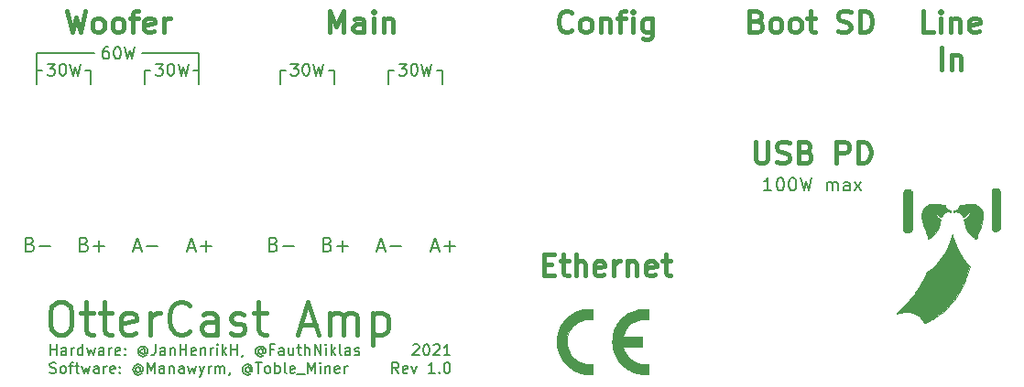
<source format=gto>
G04 #@! TF.GenerationSoftware,KiCad,Pcbnew,5.1.5+dfsg1-2build2*
G04 #@! TF.CreationDate,2021-03-02T22:15:09+01:00*
G04 #@! TF.ProjectId,front,66726f6e-742e-46b6-9963-61645f706362,rev?*
G04 #@! TF.SameCoordinates,Original*
G04 #@! TF.FileFunction,Legend,Top*
G04 #@! TF.FilePolarity,Positive*
%FSLAX46Y46*%
G04 Gerber Fmt 4.6, Leading zero omitted, Abs format (unit mm)*
G04 Created by KiCad (PCBNEW 5.1.5+dfsg1-2build2) date 2021-03-02 22:15:09*
%MOMM*%
%LPD*%
G04 APERTURE LIST*
%ADD10C,0.200000*%
%ADD11C,0.400000*%
%ADD12C,0.180000*%
%ADD13C,0.010000*%
G04 APERTURE END LIST*
D10*
X130000000Y-70000000D02*
X129500000Y-70000000D01*
X134500000Y-71300000D02*
X134500000Y-70000000D01*
X144500000Y-70000000D02*
X144000000Y-70000000D01*
X134500000Y-70000000D02*
X134000000Y-70000000D01*
X139500000Y-71300000D02*
X139500000Y-70000000D01*
X140000000Y-70000000D02*
X139500000Y-70000000D01*
X130480952Y-69397619D02*
X131161904Y-69397619D01*
X130795238Y-69816666D01*
X130952380Y-69816666D01*
X131057142Y-69869047D01*
X131109523Y-69921428D01*
X131161904Y-70026190D01*
X131161904Y-70288095D01*
X131109523Y-70392857D01*
X131057142Y-70445238D01*
X130952380Y-70497619D01*
X130638095Y-70497619D01*
X130533333Y-70445238D01*
X130480952Y-70392857D01*
X131842857Y-69397619D02*
X131947619Y-69397619D01*
X132052380Y-69450000D01*
X132104761Y-69502380D01*
X132157142Y-69607142D01*
X132209523Y-69816666D01*
X132209523Y-70078571D01*
X132157142Y-70288095D01*
X132104761Y-70392857D01*
X132052380Y-70445238D01*
X131947619Y-70497619D01*
X131842857Y-70497619D01*
X131738095Y-70445238D01*
X131685714Y-70392857D01*
X131633333Y-70288095D01*
X131580952Y-70078571D01*
X131580952Y-69816666D01*
X131633333Y-69607142D01*
X131685714Y-69502380D01*
X131738095Y-69450000D01*
X131842857Y-69397619D01*
X132576190Y-69397619D02*
X132838095Y-70497619D01*
X133047619Y-69711904D01*
X133257142Y-70497619D01*
X133519047Y-69397619D01*
X144500000Y-71300000D02*
X144500000Y-70000000D01*
X140480952Y-69397619D02*
X141161904Y-69397619D01*
X140795238Y-69816666D01*
X140952380Y-69816666D01*
X141057142Y-69869047D01*
X141109523Y-69921428D01*
X141161904Y-70026190D01*
X141161904Y-70288095D01*
X141109523Y-70392857D01*
X141057142Y-70445238D01*
X140952380Y-70497619D01*
X140638095Y-70497619D01*
X140533333Y-70445238D01*
X140480952Y-70392857D01*
X141842857Y-69397619D02*
X141947619Y-69397619D01*
X142052380Y-69450000D01*
X142104761Y-69502380D01*
X142157142Y-69607142D01*
X142209523Y-69816666D01*
X142209523Y-70078571D01*
X142157142Y-70288095D01*
X142104761Y-70392857D01*
X142052380Y-70445238D01*
X141947619Y-70497619D01*
X141842857Y-70497619D01*
X141738095Y-70445238D01*
X141685714Y-70392857D01*
X141633333Y-70288095D01*
X141580952Y-70078571D01*
X141580952Y-69816666D01*
X141633333Y-69607142D01*
X141685714Y-69502380D01*
X141738095Y-69450000D01*
X141842857Y-69397619D01*
X142576190Y-69397619D02*
X142838095Y-70497619D01*
X143047619Y-69711904D01*
X143257142Y-70497619D01*
X143519047Y-69397619D01*
X129500000Y-71300000D02*
X129500000Y-70000000D01*
X112000000Y-70000000D02*
X111500000Y-70000000D01*
X112000000Y-71300000D02*
X112000000Y-70000000D01*
X117500000Y-70000000D02*
X117000000Y-70000000D01*
X117000000Y-71300000D02*
X117000000Y-70000000D01*
X107500000Y-70000000D02*
X107000000Y-70000000D01*
X112300000Y-68400000D02*
X107000000Y-68400000D01*
X107000000Y-71300000D02*
X107000000Y-68400000D01*
X122000000Y-70000000D02*
X121500000Y-70000000D01*
X122000000Y-68400000D02*
X116700000Y-68400000D01*
X122000000Y-71300000D02*
X122000000Y-68400000D01*
X113607142Y-67847619D02*
X113397619Y-67847619D01*
X113292857Y-67900000D01*
X113240476Y-67952380D01*
X113135714Y-68109523D01*
X113083333Y-68319047D01*
X113083333Y-68738095D01*
X113135714Y-68842857D01*
X113188095Y-68895238D01*
X113292857Y-68947619D01*
X113502380Y-68947619D01*
X113607142Y-68895238D01*
X113659523Y-68842857D01*
X113711904Y-68738095D01*
X113711904Y-68476190D01*
X113659523Y-68371428D01*
X113607142Y-68319047D01*
X113502380Y-68266666D01*
X113292857Y-68266666D01*
X113188095Y-68319047D01*
X113135714Y-68371428D01*
X113083333Y-68476190D01*
X114392857Y-67847619D02*
X114497619Y-67847619D01*
X114602380Y-67900000D01*
X114654761Y-67952380D01*
X114707142Y-68057142D01*
X114759523Y-68266666D01*
X114759523Y-68528571D01*
X114707142Y-68738095D01*
X114654761Y-68842857D01*
X114602380Y-68895238D01*
X114497619Y-68947619D01*
X114392857Y-68947619D01*
X114288095Y-68895238D01*
X114235714Y-68842857D01*
X114183333Y-68738095D01*
X114130952Y-68528571D01*
X114130952Y-68266666D01*
X114183333Y-68057142D01*
X114235714Y-67952380D01*
X114288095Y-67900000D01*
X114392857Y-67847619D01*
X115126190Y-67847619D02*
X115388095Y-68947619D01*
X115597619Y-68161904D01*
X115807142Y-68947619D01*
X116069047Y-67847619D01*
X107980952Y-69397619D02*
X108661904Y-69397619D01*
X108295238Y-69816666D01*
X108452380Y-69816666D01*
X108557142Y-69869047D01*
X108609523Y-69921428D01*
X108661904Y-70026190D01*
X108661904Y-70288095D01*
X108609523Y-70392857D01*
X108557142Y-70445238D01*
X108452380Y-70497619D01*
X108138095Y-70497619D01*
X108033333Y-70445238D01*
X107980952Y-70392857D01*
X109342857Y-69397619D02*
X109447619Y-69397619D01*
X109552380Y-69450000D01*
X109604761Y-69502380D01*
X109657142Y-69607142D01*
X109709523Y-69816666D01*
X109709523Y-70078571D01*
X109657142Y-70288095D01*
X109604761Y-70392857D01*
X109552380Y-70445238D01*
X109447619Y-70497619D01*
X109342857Y-70497619D01*
X109238095Y-70445238D01*
X109185714Y-70392857D01*
X109133333Y-70288095D01*
X109080952Y-70078571D01*
X109080952Y-69816666D01*
X109133333Y-69607142D01*
X109185714Y-69502380D01*
X109238095Y-69450000D01*
X109342857Y-69397619D01*
X110076190Y-69397619D02*
X110338095Y-70497619D01*
X110547619Y-69711904D01*
X110757142Y-70497619D01*
X111019047Y-69397619D01*
X117980952Y-69397619D02*
X118661904Y-69397619D01*
X118295238Y-69816666D01*
X118452380Y-69816666D01*
X118557142Y-69869047D01*
X118609523Y-69921428D01*
X118661904Y-70026190D01*
X118661904Y-70288095D01*
X118609523Y-70392857D01*
X118557142Y-70445238D01*
X118452380Y-70497619D01*
X118138095Y-70497619D01*
X118033333Y-70445238D01*
X117980952Y-70392857D01*
X119342857Y-69397619D02*
X119447619Y-69397619D01*
X119552380Y-69450000D01*
X119604761Y-69502380D01*
X119657142Y-69607142D01*
X119709523Y-69816666D01*
X119709523Y-70078571D01*
X119657142Y-70288095D01*
X119604761Y-70392857D01*
X119552380Y-70445238D01*
X119447619Y-70497619D01*
X119342857Y-70497619D01*
X119238095Y-70445238D01*
X119185714Y-70392857D01*
X119133333Y-70288095D01*
X119080952Y-70078571D01*
X119080952Y-69816666D01*
X119133333Y-69607142D01*
X119185714Y-69502380D01*
X119238095Y-69450000D01*
X119342857Y-69397619D01*
X120076190Y-69397619D02*
X120338095Y-70497619D01*
X120547619Y-69711904D01*
X120757142Y-70497619D01*
X121019047Y-69397619D01*
D11*
X109785714Y-64504761D02*
X110261904Y-66504761D01*
X110642857Y-65076190D01*
X111023809Y-66504761D01*
X111500000Y-64504761D01*
X112547619Y-66504761D02*
X112357142Y-66409523D01*
X112261904Y-66314285D01*
X112166666Y-66123809D01*
X112166666Y-65552380D01*
X112261904Y-65361904D01*
X112357142Y-65266666D01*
X112547619Y-65171428D01*
X112833333Y-65171428D01*
X113023809Y-65266666D01*
X113119047Y-65361904D01*
X113214285Y-65552380D01*
X113214285Y-66123809D01*
X113119047Y-66314285D01*
X113023809Y-66409523D01*
X112833333Y-66504761D01*
X112547619Y-66504761D01*
X114357142Y-66504761D02*
X114166666Y-66409523D01*
X114071428Y-66314285D01*
X113976190Y-66123809D01*
X113976190Y-65552380D01*
X114071428Y-65361904D01*
X114166666Y-65266666D01*
X114357142Y-65171428D01*
X114642857Y-65171428D01*
X114833333Y-65266666D01*
X114928571Y-65361904D01*
X115023809Y-65552380D01*
X115023809Y-66123809D01*
X114928571Y-66314285D01*
X114833333Y-66409523D01*
X114642857Y-66504761D01*
X114357142Y-66504761D01*
X115595238Y-65171428D02*
X116357142Y-65171428D01*
X115880952Y-66504761D02*
X115880952Y-64790476D01*
X115976190Y-64600000D01*
X116166666Y-64504761D01*
X116357142Y-64504761D01*
X117785714Y-66409523D02*
X117595238Y-66504761D01*
X117214285Y-66504761D01*
X117023809Y-66409523D01*
X116928571Y-66219047D01*
X116928571Y-65457142D01*
X117023809Y-65266666D01*
X117214285Y-65171428D01*
X117595238Y-65171428D01*
X117785714Y-65266666D01*
X117880952Y-65457142D01*
X117880952Y-65647619D01*
X116928571Y-65838095D01*
X118738095Y-66504761D02*
X118738095Y-65171428D01*
X118738095Y-65552380D02*
X118833333Y-65361904D01*
X118928571Y-65266666D01*
X119119047Y-65171428D01*
X119309523Y-65171428D01*
X134047619Y-66504761D02*
X134047619Y-64504761D01*
X134714285Y-65933333D01*
X135380952Y-64504761D01*
X135380952Y-66504761D01*
X137190476Y-66504761D02*
X137190476Y-65457142D01*
X137095238Y-65266666D01*
X136904761Y-65171428D01*
X136523809Y-65171428D01*
X136333333Y-65266666D01*
X137190476Y-66409523D02*
X137000000Y-66504761D01*
X136523809Y-66504761D01*
X136333333Y-66409523D01*
X136238095Y-66219047D01*
X136238095Y-66028571D01*
X136333333Y-65838095D01*
X136523809Y-65742857D01*
X137000000Y-65742857D01*
X137190476Y-65647619D01*
X138142857Y-66504761D02*
X138142857Y-65171428D01*
X138142857Y-64504761D02*
X138047619Y-64600000D01*
X138142857Y-64695238D01*
X138238095Y-64600000D01*
X138142857Y-64504761D01*
X138142857Y-64695238D01*
X139095238Y-65171428D02*
X139095238Y-66504761D01*
X139095238Y-65361904D02*
X139190476Y-65266666D01*
X139380952Y-65171428D01*
X139666666Y-65171428D01*
X139857142Y-65266666D01*
X139952380Y-65457142D01*
X139952380Y-66504761D01*
D10*
X106388095Y-86107142D02*
X106573809Y-86169047D01*
X106635714Y-86230952D01*
X106697619Y-86354761D01*
X106697619Y-86540476D01*
X106635714Y-86664285D01*
X106573809Y-86726190D01*
X106450000Y-86788095D01*
X105954761Y-86788095D01*
X105954761Y-85488095D01*
X106388095Y-85488095D01*
X106511904Y-85550000D01*
X106573809Y-85611904D01*
X106635714Y-85735714D01*
X106635714Y-85859523D01*
X106573809Y-85983333D01*
X106511904Y-86045238D01*
X106388095Y-86107142D01*
X105954761Y-86107142D01*
X107254761Y-86292857D02*
X108245238Y-86292857D01*
X111388095Y-86107142D02*
X111573809Y-86169047D01*
X111635714Y-86230952D01*
X111697619Y-86354761D01*
X111697619Y-86540476D01*
X111635714Y-86664285D01*
X111573809Y-86726190D01*
X111450000Y-86788095D01*
X110954761Y-86788095D01*
X110954761Y-85488095D01*
X111388095Y-85488095D01*
X111511904Y-85550000D01*
X111573809Y-85611904D01*
X111635714Y-85735714D01*
X111635714Y-85859523D01*
X111573809Y-85983333D01*
X111511904Y-86045238D01*
X111388095Y-86107142D01*
X110954761Y-86107142D01*
X112254761Y-86292857D02*
X113245238Y-86292857D01*
X112750000Y-86788095D02*
X112750000Y-85797619D01*
X115985714Y-86416666D02*
X116604761Y-86416666D01*
X115861904Y-86788095D02*
X116295238Y-85488095D01*
X116728571Y-86788095D01*
X117161904Y-86292857D02*
X118152380Y-86292857D01*
X120985714Y-86416666D02*
X121604761Y-86416666D01*
X120861904Y-86788095D02*
X121295238Y-85488095D01*
X121728571Y-86788095D01*
X122161904Y-86292857D02*
X123152380Y-86292857D01*
X122657142Y-86788095D02*
X122657142Y-85797619D01*
X128888095Y-86107142D02*
X129073809Y-86169047D01*
X129135714Y-86230952D01*
X129197619Y-86354761D01*
X129197619Y-86540476D01*
X129135714Y-86664285D01*
X129073809Y-86726190D01*
X128950000Y-86788095D01*
X128454761Y-86788095D01*
X128454761Y-85488095D01*
X128888095Y-85488095D01*
X129011904Y-85550000D01*
X129073809Y-85611904D01*
X129135714Y-85735714D01*
X129135714Y-85859523D01*
X129073809Y-85983333D01*
X129011904Y-86045238D01*
X128888095Y-86107142D01*
X128454761Y-86107142D01*
X129754761Y-86292857D02*
X130745238Y-86292857D01*
X133888095Y-86107142D02*
X134073809Y-86169047D01*
X134135714Y-86230952D01*
X134197619Y-86354761D01*
X134197619Y-86540476D01*
X134135714Y-86664285D01*
X134073809Y-86726190D01*
X133950000Y-86788095D01*
X133454761Y-86788095D01*
X133454761Y-85488095D01*
X133888095Y-85488095D01*
X134011904Y-85550000D01*
X134073809Y-85611904D01*
X134135714Y-85735714D01*
X134135714Y-85859523D01*
X134073809Y-85983333D01*
X134011904Y-86045238D01*
X133888095Y-86107142D01*
X133454761Y-86107142D01*
X134754761Y-86292857D02*
X135745238Y-86292857D01*
X135250000Y-86788095D02*
X135250000Y-85797619D01*
X138485714Y-86416666D02*
X139104761Y-86416666D01*
X138361904Y-86788095D02*
X138795238Y-85488095D01*
X139228571Y-86788095D01*
X139661904Y-86292857D02*
X140652380Y-86292857D01*
X143485714Y-86416666D02*
X144104761Y-86416666D01*
X143361904Y-86788095D02*
X143795238Y-85488095D01*
X144228571Y-86788095D01*
X144661904Y-86292857D02*
X145652380Y-86292857D01*
X145157142Y-86788095D02*
X145157142Y-85797619D01*
D11*
X153885714Y-87957142D02*
X154552380Y-87957142D01*
X154838095Y-89004761D02*
X153885714Y-89004761D01*
X153885714Y-87004761D01*
X154838095Y-87004761D01*
X155409523Y-87671428D02*
X156171428Y-87671428D01*
X155695238Y-87004761D02*
X155695238Y-88719047D01*
X155790476Y-88909523D01*
X155980952Y-89004761D01*
X156171428Y-89004761D01*
X156838095Y-89004761D02*
X156838095Y-87004761D01*
X157695238Y-89004761D02*
X157695238Y-87957142D01*
X157600000Y-87766666D01*
X157409523Y-87671428D01*
X157123809Y-87671428D01*
X156933333Y-87766666D01*
X156838095Y-87861904D01*
X159409523Y-88909523D02*
X159219047Y-89004761D01*
X158838095Y-89004761D01*
X158647619Y-88909523D01*
X158552380Y-88719047D01*
X158552380Y-87957142D01*
X158647619Y-87766666D01*
X158838095Y-87671428D01*
X159219047Y-87671428D01*
X159409523Y-87766666D01*
X159504761Y-87957142D01*
X159504761Y-88147619D01*
X158552380Y-88338095D01*
X160361904Y-89004761D02*
X160361904Y-87671428D01*
X160361904Y-88052380D02*
X160457142Y-87861904D01*
X160552380Y-87766666D01*
X160742857Y-87671428D01*
X160933333Y-87671428D01*
X161600000Y-87671428D02*
X161600000Y-89004761D01*
X161600000Y-87861904D02*
X161695238Y-87766666D01*
X161885714Y-87671428D01*
X162171428Y-87671428D01*
X162361904Y-87766666D01*
X162457142Y-87957142D01*
X162457142Y-89004761D01*
X164171428Y-88909523D02*
X163980952Y-89004761D01*
X163600000Y-89004761D01*
X163409523Y-88909523D01*
X163314285Y-88719047D01*
X163314285Y-87957142D01*
X163409523Y-87766666D01*
X163600000Y-87671428D01*
X163980952Y-87671428D01*
X164171428Y-87766666D01*
X164266666Y-87957142D01*
X164266666Y-88147619D01*
X163314285Y-88338095D01*
X164838095Y-87671428D02*
X165600000Y-87671428D01*
X165123809Y-87004761D02*
X165123809Y-88719047D01*
X165219047Y-88909523D01*
X165409523Y-89004761D01*
X165600000Y-89004761D01*
X108945714Y-91457142D02*
X109517142Y-91457142D01*
X109802857Y-91600000D01*
X110088571Y-91885714D01*
X110231428Y-92457142D01*
X110231428Y-93457142D01*
X110088571Y-94028571D01*
X109802857Y-94314285D01*
X109517142Y-94457142D01*
X108945714Y-94457142D01*
X108660000Y-94314285D01*
X108374285Y-94028571D01*
X108231428Y-93457142D01*
X108231428Y-92457142D01*
X108374285Y-91885714D01*
X108660000Y-91600000D01*
X108945714Y-91457142D01*
X111088571Y-92457142D02*
X112231428Y-92457142D01*
X111517142Y-91457142D02*
X111517142Y-94028571D01*
X111660000Y-94314285D01*
X111945714Y-94457142D01*
X112231428Y-94457142D01*
X112802857Y-92457142D02*
X113945714Y-92457142D01*
X113231428Y-91457142D02*
X113231428Y-94028571D01*
X113374285Y-94314285D01*
X113660000Y-94457142D01*
X113945714Y-94457142D01*
X116088571Y-94314285D02*
X115802857Y-94457142D01*
X115231428Y-94457142D01*
X114945714Y-94314285D01*
X114802857Y-94028571D01*
X114802857Y-92885714D01*
X114945714Y-92600000D01*
X115231428Y-92457142D01*
X115802857Y-92457142D01*
X116088571Y-92600000D01*
X116231428Y-92885714D01*
X116231428Y-93171428D01*
X114802857Y-93457142D01*
X117517142Y-94457142D02*
X117517142Y-92457142D01*
X117517142Y-93028571D02*
X117660000Y-92742857D01*
X117802857Y-92600000D01*
X118088571Y-92457142D01*
X118374285Y-92457142D01*
X121088571Y-94171428D02*
X120945714Y-94314285D01*
X120517142Y-94457142D01*
X120231428Y-94457142D01*
X119802857Y-94314285D01*
X119517142Y-94028571D01*
X119374285Y-93742857D01*
X119231428Y-93171428D01*
X119231428Y-92742857D01*
X119374285Y-92171428D01*
X119517142Y-91885714D01*
X119802857Y-91600000D01*
X120231428Y-91457142D01*
X120517142Y-91457142D01*
X120945714Y-91600000D01*
X121088571Y-91742857D01*
X123660000Y-94457142D02*
X123660000Y-92885714D01*
X123517142Y-92600000D01*
X123231428Y-92457142D01*
X122660000Y-92457142D01*
X122374285Y-92600000D01*
X123660000Y-94314285D02*
X123374285Y-94457142D01*
X122660000Y-94457142D01*
X122374285Y-94314285D01*
X122231428Y-94028571D01*
X122231428Y-93742857D01*
X122374285Y-93457142D01*
X122660000Y-93314285D01*
X123374285Y-93314285D01*
X123660000Y-93171428D01*
X124945714Y-94314285D02*
X125231428Y-94457142D01*
X125802857Y-94457142D01*
X126088571Y-94314285D01*
X126231428Y-94028571D01*
X126231428Y-93885714D01*
X126088571Y-93600000D01*
X125802857Y-93457142D01*
X125374285Y-93457142D01*
X125088571Y-93314285D01*
X124945714Y-93028571D01*
X124945714Y-92885714D01*
X125088571Y-92600000D01*
X125374285Y-92457142D01*
X125802857Y-92457142D01*
X126088571Y-92600000D01*
X127088571Y-92457142D02*
X128231428Y-92457142D01*
X127517142Y-91457142D02*
X127517142Y-94028571D01*
X127660000Y-94314285D01*
X127945714Y-94457142D01*
X128231428Y-94457142D01*
X131374285Y-93600000D02*
X132802857Y-93600000D01*
X131088571Y-94457142D02*
X132088571Y-91457142D01*
X133088571Y-94457142D01*
X134088571Y-94457142D02*
X134088571Y-92457142D01*
X134088571Y-92742857D02*
X134231428Y-92600000D01*
X134517142Y-92457142D01*
X134945714Y-92457142D01*
X135231428Y-92600000D01*
X135374285Y-92885714D01*
X135374285Y-94457142D01*
X135374285Y-92885714D02*
X135517142Y-92600000D01*
X135802857Y-92457142D01*
X136231428Y-92457142D01*
X136517142Y-92600000D01*
X136660000Y-92885714D01*
X136660000Y-94457142D01*
X138088571Y-92457142D02*
X138088571Y-95457142D01*
X138088571Y-92600000D02*
X138374285Y-92457142D01*
X138945714Y-92457142D01*
X139231428Y-92600000D01*
X139374285Y-92742857D01*
X139517142Y-93028571D01*
X139517142Y-93885714D01*
X139374285Y-94171428D01*
X139231428Y-94314285D01*
X138945714Y-94457142D01*
X138374285Y-94457142D01*
X138088571Y-94314285D01*
D12*
X108255095Y-96362380D02*
X108255095Y-95362380D01*
X108255095Y-95838571D02*
X108826523Y-95838571D01*
X108826523Y-96362380D02*
X108826523Y-95362380D01*
X109731285Y-96362380D02*
X109731285Y-95838571D01*
X109683666Y-95743333D01*
X109588428Y-95695714D01*
X109397952Y-95695714D01*
X109302714Y-95743333D01*
X109731285Y-96314761D02*
X109636047Y-96362380D01*
X109397952Y-96362380D01*
X109302714Y-96314761D01*
X109255095Y-96219523D01*
X109255095Y-96124285D01*
X109302714Y-96029047D01*
X109397952Y-95981428D01*
X109636047Y-95981428D01*
X109731285Y-95933809D01*
X110207476Y-96362380D02*
X110207476Y-95695714D01*
X110207476Y-95886190D02*
X110255095Y-95790952D01*
X110302714Y-95743333D01*
X110397952Y-95695714D01*
X110493190Y-95695714D01*
X111255095Y-96362380D02*
X111255095Y-95362380D01*
X111255095Y-96314761D02*
X111159857Y-96362380D01*
X110969380Y-96362380D01*
X110874142Y-96314761D01*
X110826523Y-96267142D01*
X110778904Y-96171904D01*
X110778904Y-95886190D01*
X110826523Y-95790952D01*
X110874142Y-95743333D01*
X110969380Y-95695714D01*
X111159857Y-95695714D01*
X111255095Y-95743333D01*
X111636047Y-95695714D02*
X111826523Y-96362380D01*
X112017000Y-95886190D01*
X112207476Y-96362380D01*
X112397952Y-95695714D01*
X113207476Y-96362380D02*
X113207476Y-95838571D01*
X113159857Y-95743333D01*
X113064619Y-95695714D01*
X112874142Y-95695714D01*
X112778904Y-95743333D01*
X113207476Y-96314761D02*
X113112238Y-96362380D01*
X112874142Y-96362380D01*
X112778904Y-96314761D01*
X112731285Y-96219523D01*
X112731285Y-96124285D01*
X112778904Y-96029047D01*
X112874142Y-95981428D01*
X113112238Y-95981428D01*
X113207476Y-95933809D01*
X113683666Y-96362380D02*
X113683666Y-95695714D01*
X113683666Y-95886190D02*
X113731285Y-95790952D01*
X113778904Y-95743333D01*
X113874142Y-95695714D01*
X113969380Y-95695714D01*
X114683666Y-96314761D02*
X114588428Y-96362380D01*
X114397952Y-96362380D01*
X114302714Y-96314761D01*
X114255095Y-96219523D01*
X114255095Y-95838571D01*
X114302714Y-95743333D01*
X114397952Y-95695714D01*
X114588428Y-95695714D01*
X114683666Y-95743333D01*
X114731285Y-95838571D01*
X114731285Y-95933809D01*
X114255095Y-96029047D01*
X115159857Y-96267142D02*
X115207476Y-96314761D01*
X115159857Y-96362380D01*
X115112238Y-96314761D01*
X115159857Y-96267142D01*
X115159857Y-96362380D01*
X115159857Y-95743333D02*
X115207476Y-95790952D01*
X115159857Y-95838571D01*
X115112238Y-95790952D01*
X115159857Y-95743333D01*
X115159857Y-95838571D01*
X117017000Y-95886190D02*
X116969380Y-95838571D01*
X116874142Y-95790952D01*
X116778904Y-95790952D01*
X116683666Y-95838571D01*
X116636047Y-95886190D01*
X116588428Y-95981428D01*
X116588428Y-96076666D01*
X116636047Y-96171904D01*
X116683666Y-96219523D01*
X116778904Y-96267142D01*
X116874142Y-96267142D01*
X116969380Y-96219523D01*
X117017000Y-96171904D01*
X117017000Y-95790952D02*
X117017000Y-96171904D01*
X117064619Y-96219523D01*
X117112238Y-96219523D01*
X117207476Y-96171904D01*
X117255095Y-96076666D01*
X117255095Y-95838571D01*
X117159857Y-95695714D01*
X117017000Y-95600476D01*
X116826523Y-95552857D01*
X116636047Y-95600476D01*
X116493190Y-95695714D01*
X116397952Y-95838571D01*
X116350333Y-96029047D01*
X116397952Y-96219523D01*
X116493190Y-96362380D01*
X116636047Y-96457619D01*
X116826523Y-96505238D01*
X117017000Y-96457619D01*
X117159857Y-96362380D01*
X117969380Y-95362380D02*
X117969380Y-96076666D01*
X117921761Y-96219523D01*
X117826523Y-96314761D01*
X117683666Y-96362380D01*
X117588428Y-96362380D01*
X118874142Y-96362380D02*
X118874142Y-95838571D01*
X118826523Y-95743333D01*
X118731285Y-95695714D01*
X118540809Y-95695714D01*
X118445571Y-95743333D01*
X118874142Y-96314761D02*
X118778904Y-96362380D01*
X118540809Y-96362380D01*
X118445571Y-96314761D01*
X118397952Y-96219523D01*
X118397952Y-96124285D01*
X118445571Y-96029047D01*
X118540809Y-95981428D01*
X118778904Y-95981428D01*
X118874142Y-95933809D01*
X119350333Y-95695714D02*
X119350333Y-96362380D01*
X119350333Y-95790952D02*
X119397952Y-95743333D01*
X119493190Y-95695714D01*
X119636047Y-95695714D01*
X119731285Y-95743333D01*
X119778904Y-95838571D01*
X119778904Y-96362380D01*
X120255095Y-96362380D02*
X120255095Y-95362380D01*
X120255095Y-95838571D02*
X120826523Y-95838571D01*
X120826523Y-96362380D02*
X120826523Y-95362380D01*
X121683666Y-96314761D02*
X121588428Y-96362380D01*
X121397952Y-96362380D01*
X121302714Y-96314761D01*
X121255095Y-96219523D01*
X121255095Y-95838571D01*
X121302714Y-95743333D01*
X121397952Y-95695714D01*
X121588428Y-95695714D01*
X121683666Y-95743333D01*
X121731285Y-95838571D01*
X121731285Y-95933809D01*
X121255095Y-96029047D01*
X122159857Y-95695714D02*
X122159857Y-96362380D01*
X122159857Y-95790952D02*
X122207476Y-95743333D01*
X122302714Y-95695714D01*
X122445571Y-95695714D01*
X122540809Y-95743333D01*
X122588428Y-95838571D01*
X122588428Y-96362380D01*
X123064619Y-96362380D02*
X123064619Y-95695714D01*
X123064619Y-95886190D02*
X123112238Y-95790952D01*
X123159857Y-95743333D01*
X123255095Y-95695714D01*
X123350333Y-95695714D01*
X123683666Y-96362380D02*
X123683666Y-95695714D01*
X123683666Y-95362380D02*
X123636047Y-95410000D01*
X123683666Y-95457619D01*
X123731285Y-95410000D01*
X123683666Y-95362380D01*
X123683666Y-95457619D01*
X124159857Y-96362380D02*
X124159857Y-95362380D01*
X124255095Y-95981428D02*
X124540809Y-96362380D01*
X124540809Y-95695714D02*
X124159857Y-96076666D01*
X124969380Y-96362380D02*
X124969380Y-95362380D01*
X124969380Y-95838571D02*
X125540809Y-95838571D01*
X125540809Y-96362380D02*
X125540809Y-95362380D01*
X126064619Y-96314761D02*
X126064619Y-96362380D01*
X126017000Y-96457619D01*
X125969380Y-96505238D01*
X127874142Y-95886190D02*
X127826523Y-95838571D01*
X127731285Y-95790952D01*
X127636047Y-95790952D01*
X127540809Y-95838571D01*
X127493190Y-95886190D01*
X127445571Y-95981428D01*
X127445571Y-96076666D01*
X127493190Y-96171904D01*
X127540809Y-96219523D01*
X127636047Y-96267142D01*
X127731285Y-96267142D01*
X127826523Y-96219523D01*
X127874142Y-96171904D01*
X127874142Y-95790952D02*
X127874142Y-96171904D01*
X127921761Y-96219523D01*
X127969380Y-96219523D01*
X128064619Y-96171904D01*
X128112238Y-96076666D01*
X128112238Y-95838571D01*
X128017000Y-95695714D01*
X127874142Y-95600476D01*
X127683666Y-95552857D01*
X127493190Y-95600476D01*
X127350333Y-95695714D01*
X127255095Y-95838571D01*
X127207476Y-96029047D01*
X127255095Y-96219523D01*
X127350333Y-96362380D01*
X127493190Y-96457619D01*
X127683666Y-96505238D01*
X127874142Y-96457619D01*
X128017000Y-96362380D01*
X128874142Y-95838571D02*
X128540809Y-95838571D01*
X128540809Y-96362380D02*
X128540809Y-95362380D01*
X129017000Y-95362380D01*
X129826523Y-96362380D02*
X129826523Y-95838571D01*
X129778904Y-95743333D01*
X129683666Y-95695714D01*
X129493190Y-95695714D01*
X129397952Y-95743333D01*
X129826523Y-96314761D02*
X129731285Y-96362380D01*
X129493190Y-96362380D01*
X129397952Y-96314761D01*
X129350333Y-96219523D01*
X129350333Y-96124285D01*
X129397952Y-96029047D01*
X129493190Y-95981428D01*
X129731285Y-95981428D01*
X129826523Y-95933809D01*
X130731285Y-95695714D02*
X130731285Y-96362380D01*
X130302714Y-95695714D02*
X130302714Y-96219523D01*
X130350333Y-96314761D01*
X130445571Y-96362380D01*
X130588428Y-96362380D01*
X130683666Y-96314761D01*
X130731285Y-96267142D01*
X131064619Y-95695714D02*
X131445571Y-95695714D01*
X131207476Y-95362380D02*
X131207476Y-96219523D01*
X131255095Y-96314761D01*
X131350333Y-96362380D01*
X131445571Y-96362380D01*
X131778904Y-96362380D02*
X131778904Y-95362380D01*
X132207476Y-96362380D02*
X132207476Y-95838571D01*
X132159857Y-95743333D01*
X132064619Y-95695714D01*
X131921761Y-95695714D01*
X131826523Y-95743333D01*
X131778904Y-95790952D01*
X132683666Y-96362380D02*
X132683666Y-95362380D01*
X133255095Y-96362380D01*
X133255095Y-95362380D01*
X133731285Y-96362380D02*
X133731285Y-95695714D01*
X133731285Y-95362380D02*
X133683666Y-95410000D01*
X133731285Y-95457619D01*
X133778904Y-95410000D01*
X133731285Y-95362380D01*
X133731285Y-95457619D01*
X134207476Y-96362380D02*
X134207476Y-95362380D01*
X134302714Y-95981428D02*
X134588428Y-96362380D01*
X134588428Y-95695714D02*
X134207476Y-96076666D01*
X135159857Y-96362380D02*
X135064619Y-96314761D01*
X135017000Y-96219523D01*
X135017000Y-95362380D01*
X135969380Y-96362380D02*
X135969380Y-95838571D01*
X135921761Y-95743333D01*
X135826523Y-95695714D01*
X135636047Y-95695714D01*
X135540809Y-95743333D01*
X135969380Y-96314761D02*
X135874142Y-96362380D01*
X135636047Y-96362380D01*
X135540809Y-96314761D01*
X135493190Y-96219523D01*
X135493190Y-96124285D01*
X135540809Y-96029047D01*
X135636047Y-95981428D01*
X135874142Y-95981428D01*
X135969380Y-95933809D01*
X136397952Y-96314761D02*
X136493190Y-96362380D01*
X136683666Y-96362380D01*
X136778904Y-96314761D01*
X136826523Y-96219523D01*
X136826523Y-96171904D01*
X136778904Y-96076666D01*
X136683666Y-96029047D01*
X136540809Y-96029047D01*
X136445571Y-95981428D01*
X136397952Y-95886190D01*
X136397952Y-95838571D01*
X136445571Y-95743333D01*
X136540809Y-95695714D01*
X136683666Y-95695714D01*
X136778904Y-95743333D01*
X141778904Y-95457619D02*
X141826523Y-95410000D01*
X141921761Y-95362380D01*
X142159857Y-95362380D01*
X142255095Y-95410000D01*
X142302714Y-95457619D01*
X142350333Y-95552857D01*
X142350333Y-95648095D01*
X142302714Y-95790952D01*
X141731285Y-96362380D01*
X142350333Y-96362380D01*
X142969380Y-95362380D02*
X143064619Y-95362380D01*
X143159857Y-95410000D01*
X143207476Y-95457619D01*
X143255095Y-95552857D01*
X143302714Y-95743333D01*
X143302714Y-95981428D01*
X143255095Y-96171904D01*
X143207476Y-96267142D01*
X143159857Y-96314761D01*
X143064619Y-96362380D01*
X142969380Y-96362380D01*
X142874142Y-96314761D01*
X142826523Y-96267142D01*
X142778904Y-96171904D01*
X142731285Y-95981428D01*
X142731285Y-95743333D01*
X142778904Y-95552857D01*
X142826523Y-95457619D01*
X142874142Y-95410000D01*
X142969380Y-95362380D01*
X143683666Y-95457619D02*
X143731285Y-95410000D01*
X143826523Y-95362380D01*
X144064619Y-95362380D01*
X144159857Y-95410000D01*
X144207476Y-95457619D01*
X144255095Y-95552857D01*
X144255095Y-95648095D01*
X144207476Y-95790952D01*
X143636047Y-96362380D01*
X144255095Y-96362380D01*
X145207476Y-96362380D02*
X144636047Y-96362380D01*
X144921761Y-96362380D02*
X144921761Y-95362380D01*
X144826523Y-95505238D01*
X144731285Y-95600476D01*
X144636047Y-95648095D01*
X108207476Y-97994761D02*
X108350333Y-98042380D01*
X108588428Y-98042380D01*
X108683666Y-97994761D01*
X108731285Y-97947142D01*
X108778904Y-97851904D01*
X108778904Y-97756666D01*
X108731285Y-97661428D01*
X108683666Y-97613809D01*
X108588428Y-97566190D01*
X108397952Y-97518571D01*
X108302714Y-97470952D01*
X108255095Y-97423333D01*
X108207476Y-97328095D01*
X108207476Y-97232857D01*
X108255095Y-97137619D01*
X108302714Y-97090000D01*
X108397952Y-97042380D01*
X108636047Y-97042380D01*
X108778904Y-97090000D01*
X109350333Y-98042380D02*
X109255095Y-97994761D01*
X109207476Y-97947142D01*
X109159857Y-97851904D01*
X109159857Y-97566190D01*
X109207476Y-97470952D01*
X109255095Y-97423333D01*
X109350333Y-97375714D01*
X109493190Y-97375714D01*
X109588428Y-97423333D01*
X109636047Y-97470952D01*
X109683666Y-97566190D01*
X109683666Y-97851904D01*
X109636047Y-97947142D01*
X109588428Y-97994761D01*
X109493190Y-98042380D01*
X109350333Y-98042380D01*
X109969380Y-97375714D02*
X110350333Y-97375714D01*
X110112238Y-98042380D02*
X110112238Y-97185238D01*
X110159857Y-97090000D01*
X110255095Y-97042380D01*
X110350333Y-97042380D01*
X110540809Y-97375714D02*
X110921761Y-97375714D01*
X110683666Y-97042380D02*
X110683666Y-97899523D01*
X110731285Y-97994761D01*
X110826523Y-98042380D01*
X110921761Y-98042380D01*
X111159857Y-97375714D02*
X111350333Y-98042380D01*
X111540809Y-97566190D01*
X111731285Y-98042380D01*
X111921761Y-97375714D01*
X112731285Y-98042380D02*
X112731285Y-97518571D01*
X112683666Y-97423333D01*
X112588428Y-97375714D01*
X112397952Y-97375714D01*
X112302714Y-97423333D01*
X112731285Y-97994761D02*
X112636047Y-98042380D01*
X112397952Y-98042380D01*
X112302714Y-97994761D01*
X112255095Y-97899523D01*
X112255095Y-97804285D01*
X112302714Y-97709047D01*
X112397952Y-97661428D01*
X112636047Y-97661428D01*
X112731285Y-97613809D01*
X113207476Y-98042380D02*
X113207476Y-97375714D01*
X113207476Y-97566190D02*
X113255095Y-97470952D01*
X113302714Y-97423333D01*
X113397952Y-97375714D01*
X113493190Y-97375714D01*
X114207476Y-97994761D02*
X114112238Y-98042380D01*
X113921761Y-98042380D01*
X113826523Y-97994761D01*
X113778904Y-97899523D01*
X113778904Y-97518571D01*
X113826523Y-97423333D01*
X113921761Y-97375714D01*
X114112238Y-97375714D01*
X114207476Y-97423333D01*
X114255095Y-97518571D01*
X114255095Y-97613809D01*
X113778904Y-97709047D01*
X114683666Y-97947142D02*
X114731285Y-97994761D01*
X114683666Y-98042380D01*
X114636047Y-97994761D01*
X114683666Y-97947142D01*
X114683666Y-98042380D01*
X114683666Y-97423333D02*
X114731285Y-97470952D01*
X114683666Y-97518571D01*
X114636047Y-97470952D01*
X114683666Y-97423333D01*
X114683666Y-97518571D01*
X116540809Y-97566190D02*
X116493190Y-97518571D01*
X116397952Y-97470952D01*
X116302714Y-97470952D01*
X116207476Y-97518571D01*
X116159857Y-97566190D01*
X116112238Y-97661428D01*
X116112238Y-97756666D01*
X116159857Y-97851904D01*
X116207476Y-97899523D01*
X116302714Y-97947142D01*
X116397952Y-97947142D01*
X116493190Y-97899523D01*
X116540809Y-97851904D01*
X116540809Y-97470952D02*
X116540809Y-97851904D01*
X116588428Y-97899523D01*
X116636047Y-97899523D01*
X116731285Y-97851904D01*
X116778904Y-97756666D01*
X116778904Y-97518571D01*
X116683666Y-97375714D01*
X116540809Y-97280476D01*
X116350333Y-97232857D01*
X116159857Y-97280476D01*
X116017000Y-97375714D01*
X115921761Y-97518571D01*
X115874142Y-97709047D01*
X115921761Y-97899523D01*
X116017000Y-98042380D01*
X116159857Y-98137619D01*
X116350333Y-98185238D01*
X116540809Y-98137619D01*
X116683666Y-98042380D01*
X117207476Y-98042380D02*
X117207476Y-97042380D01*
X117540809Y-97756666D01*
X117874142Y-97042380D01*
X117874142Y-98042380D01*
X118778904Y-98042380D02*
X118778904Y-97518571D01*
X118731285Y-97423333D01*
X118636047Y-97375714D01*
X118445571Y-97375714D01*
X118350333Y-97423333D01*
X118778904Y-97994761D02*
X118683666Y-98042380D01*
X118445571Y-98042380D01*
X118350333Y-97994761D01*
X118302714Y-97899523D01*
X118302714Y-97804285D01*
X118350333Y-97709047D01*
X118445571Y-97661428D01*
X118683666Y-97661428D01*
X118778904Y-97613809D01*
X119255095Y-97375714D02*
X119255095Y-98042380D01*
X119255095Y-97470952D02*
X119302714Y-97423333D01*
X119397952Y-97375714D01*
X119540809Y-97375714D01*
X119636047Y-97423333D01*
X119683666Y-97518571D01*
X119683666Y-98042380D01*
X120588428Y-98042380D02*
X120588428Y-97518571D01*
X120540809Y-97423333D01*
X120445571Y-97375714D01*
X120255095Y-97375714D01*
X120159857Y-97423333D01*
X120588428Y-97994761D02*
X120493190Y-98042380D01*
X120255095Y-98042380D01*
X120159857Y-97994761D01*
X120112238Y-97899523D01*
X120112238Y-97804285D01*
X120159857Y-97709047D01*
X120255095Y-97661428D01*
X120493190Y-97661428D01*
X120588428Y-97613809D01*
X120969380Y-97375714D02*
X121159857Y-98042380D01*
X121350333Y-97566190D01*
X121540809Y-98042380D01*
X121731285Y-97375714D01*
X122017000Y-97375714D02*
X122255095Y-98042380D01*
X122493190Y-97375714D02*
X122255095Y-98042380D01*
X122159857Y-98280476D01*
X122112238Y-98328095D01*
X122017000Y-98375714D01*
X122874142Y-98042380D02*
X122874142Y-97375714D01*
X122874142Y-97566190D02*
X122921761Y-97470952D01*
X122969380Y-97423333D01*
X123064619Y-97375714D01*
X123159857Y-97375714D01*
X123493190Y-98042380D02*
X123493190Y-97375714D01*
X123493190Y-97470952D02*
X123540809Y-97423333D01*
X123636047Y-97375714D01*
X123778904Y-97375714D01*
X123874142Y-97423333D01*
X123921761Y-97518571D01*
X123921761Y-98042380D01*
X123921761Y-97518571D02*
X123969380Y-97423333D01*
X124064619Y-97375714D01*
X124207476Y-97375714D01*
X124302714Y-97423333D01*
X124350333Y-97518571D01*
X124350333Y-98042380D01*
X124874142Y-97994761D02*
X124874142Y-98042380D01*
X124826523Y-98137619D01*
X124778904Y-98185238D01*
X126683666Y-97566190D02*
X126636047Y-97518571D01*
X126540809Y-97470952D01*
X126445571Y-97470952D01*
X126350333Y-97518571D01*
X126302714Y-97566190D01*
X126255095Y-97661428D01*
X126255095Y-97756666D01*
X126302714Y-97851904D01*
X126350333Y-97899523D01*
X126445571Y-97947142D01*
X126540809Y-97947142D01*
X126636047Y-97899523D01*
X126683666Y-97851904D01*
X126683666Y-97470952D02*
X126683666Y-97851904D01*
X126731285Y-97899523D01*
X126778904Y-97899523D01*
X126874142Y-97851904D01*
X126921761Y-97756666D01*
X126921761Y-97518571D01*
X126826523Y-97375714D01*
X126683666Y-97280476D01*
X126493190Y-97232857D01*
X126302714Y-97280476D01*
X126159857Y-97375714D01*
X126064619Y-97518571D01*
X126017000Y-97709047D01*
X126064619Y-97899523D01*
X126159857Y-98042380D01*
X126302714Y-98137619D01*
X126493190Y-98185238D01*
X126683666Y-98137619D01*
X126826523Y-98042380D01*
X127207476Y-97042380D02*
X127778904Y-97042380D01*
X127493190Y-98042380D02*
X127493190Y-97042380D01*
X128255095Y-98042380D02*
X128159857Y-97994761D01*
X128112238Y-97947142D01*
X128064619Y-97851904D01*
X128064619Y-97566190D01*
X128112238Y-97470952D01*
X128159857Y-97423333D01*
X128255095Y-97375714D01*
X128397952Y-97375714D01*
X128493190Y-97423333D01*
X128540809Y-97470952D01*
X128588428Y-97566190D01*
X128588428Y-97851904D01*
X128540809Y-97947142D01*
X128493190Y-97994761D01*
X128397952Y-98042380D01*
X128255095Y-98042380D01*
X129017000Y-98042380D02*
X129017000Y-97042380D01*
X129017000Y-97423333D02*
X129112238Y-97375714D01*
X129302714Y-97375714D01*
X129397952Y-97423333D01*
X129445571Y-97470952D01*
X129493190Y-97566190D01*
X129493190Y-97851904D01*
X129445571Y-97947142D01*
X129397952Y-97994761D01*
X129302714Y-98042380D01*
X129112238Y-98042380D01*
X129017000Y-97994761D01*
X130064619Y-98042380D02*
X129969380Y-97994761D01*
X129921761Y-97899523D01*
X129921761Y-97042380D01*
X130826523Y-97994761D02*
X130731285Y-98042380D01*
X130540809Y-98042380D01*
X130445571Y-97994761D01*
X130397952Y-97899523D01*
X130397952Y-97518571D01*
X130445571Y-97423333D01*
X130540809Y-97375714D01*
X130731285Y-97375714D01*
X130826523Y-97423333D01*
X130874142Y-97518571D01*
X130874142Y-97613809D01*
X130397952Y-97709047D01*
X131064619Y-98137619D02*
X131826523Y-98137619D01*
X132064619Y-98042380D02*
X132064619Y-97042380D01*
X132397952Y-97756666D01*
X132731285Y-97042380D01*
X132731285Y-98042380D01*
X133207476Y-98042380D02*
X133207476Y-97375714D01*
X133207476Y-97042380D02*
X133159857Y-97090000D01*
X133207476Y-97137619D01*
X133255095Y-97090000D01*
X133207476Y-97042380D01*
X133207476Y-97137619D01*
X133683666Y-97375714D02*
X133683666Y-98042380D01*
X133683666Y-97470952D02*
X133731285Y-97423333D01*
X133826523Y-97375714D01*
X133969380Y-97375714D01*
X134064619Y-97423333D01*
X134112238Y-97518571D01*
X134112238Y-98042380D01*
X134969380Y-97994761D02*
X134874142Y-98042380D01*
X134683666Y-98042380D01*
X134588428Y-97994761D01*
X134540809Y-97899523D01*
X134540809Y-97518571D01*
X134588428Y-97423333D01*
X134683666Y-97375714D01*
X134874142Y-97375714D01*
X134969380Y-97423333D01*
X135017000Y-97518571D01*
X135017000Y-97613809D01*
X134540809Y-97709047D01*
X135445571Y-98042380D02*
X135445571Y-97375714D01*
X135445571Y-97566190D02*
X135493190Y-97470952D01*
X135540809Y-97423333D01*
X135636047Y-97375714D01*
X135731285Y-97375714D01*
X140445571Y-98042380D02*
X140112238Y-97566190D01*
X139874142Y-98042380D02*
X139874142Y-97042380D01*
X140255095Y-97042380D01*
X140350333Y-97090000D01*
X140397952Y-97137619D01*
X140445571Y-97232857D01*
X140445571Y-97375714D01*
X140397952Y-97470952D01*
X140350333Y-97518571D01*
X140255095Y-97566190D01*
X139874142Y-97566190D01*
X141255095Y-97994761D02*
X141159857Y-98042380D01*
X140969380Y-98042380D01*
X140874142Y-97994761D01*
X140826523Y-97899523D01*
X140826523Y-97518571D01*
X140874142Y-97423333D01*
X140969380Y-97375714D01*
X141159857Y-97375714D01*
X141255095Y-97423333D01*
X141302714Y-97518571D01*
X141302714Y-97613809D01*
X140826523Y-97709047D01*
X141636047Y-97375714D02*
X141874142Y-98042380D01*
X142112238Y-97375714D01*
X143778904Y-98042380D02*
X143207476Y-98042380D01*
X143493190Y-98042380D02*
X143493190Y-97042380D01*
X143397952Y-97185238D01*
X143302714Y-97280476D01*
X143207476Y-97328095D01*
X144207476Y-97947142D02*
X144255095Y-97994761D01*
X144207476Y-98042380D01*
X144159857Y-97994761D01*
X144207476Y-97947142D01*
X144207476Y-98042380D01*
X144874142Y-97042380D02*
X144969380Y-97042380D01*
X145064619Y-97090000D01*
X145112238Y-97137619D01*
X145159857Y-97232857D01*
X145207476Y-97423333D01*
X145207476Y-97661428D01*
X145159857Y-97851904D01*
X145112238Y-97947142D01*
X145064619Y-97994761D01*
X144969380Y-98042380D01*
X144874142Y-98042380D01*
X144778904Y-97994761D01*
X144731285Y-97947142D01*
X144683666Y-97851904D01*
X144636047Y-97661428D01*
X144636047Y-97423333D01*
X144683666Y-97232857D01*
X144731285Y-97137619D01*
X144778904Y-97090000D01*
X144874142Y-97042380D01*
D10*
X174928571Y-81142857D02*
X174242857Y-81142857D01*
X174585714Y-81142857D02*
X174585714Y-79942857D01*
X174471428Y-80114285D01*
X174357142Y-80228571D01*
X174242857Y-80285714D01*
X175671428Y-79942857D02*
X175785714Y-79942857D01*
X175900000Y-80000000D01*
X175957142Y-80057142D01*
X176014285Y-80171428D01*
X176071428Y-80400000D01*
X176071428Y-80685714D01*
X176014285Y-80914285D01*
X175957142Y-81028571D01*
X175900000Y-81085714D01*
X175785714Y-81142857D01*
X175671428Y-81142857D01*
X175557142Y-81085714D01*
X175500000Y-81028571D01*
X175442857Y-80914285D01*
X175385714Y-80685714D01*
X175385714Y-80400000D01*
X175442857Y-80171428D01*
X175500000Y-80057142D01*
X175557142Y-80000000D01*
X175671428Y-79942857D01*
X176814285Y-79942857D02*
X176928571Y-79942857D01*
X177042857Y-80000000D01*
X177100000Y-80057142D01*
X177157142Y-80171428D01*
X177214285Y-80400000D01*
X177214285Y-80685714D01*
X177157142Y-80914285D01*
X177100000Y-81028571D01*
X177042857Y-81085714D01*
X176928571Y-81142857D01*
X176814285Y-81142857D01*
X176700000Y-81085714D01*
X176642857Y-81028571D01*
X176585714Y-80914285D01*
X176528571Y-80685714D01*
X176528571Y-80400000D01*
X176585714Y-80171428D01*
X176642857Y-80057142D01*
X176700000Y-80000000D01*
X176814285Y-79942857D01*
X177614285Y-79942857D02*
X177900000Y-81142857D01*
X178128571Y-80285714D01*
X178357142Y-81142857D01*
X178642857Y-79942857D01*
X180014285Y-81142857D02*
X180014285Y-80342857D01*
X180014285Y-80457142D02*
X180071428Y-80400000D01*
X180185714Y-80342857D01*
X180357142Y-80342857D01*
X180471428Y-80400000D01*
X180528571Y-80514285D01*
X180528571Y-81142857D01*
X180528571Y-80514285D02*
X180585714Y-80400000D01*
X180700000Y-80342857D01*
X180871428Y-80342857D01*
X180985714Y-80400000D01*
X181042857Y-80514285D01*
X181042857Y-81142857D01*
X182128571Y-81142857D02*
X182128571Y-80514285D01*
X182071428Y-80400000D01*
X181957142Y-80342857D01*
X181728571Y-80342857D01*
X181614285Y-80400000D01*
X182128571Y-81085714D02*
X182014285Y-81142857D01*
X181728571Y-81142857D01*
X181614285Y-81085714D01*
X181557142Y-80971428D01*
X181557142Y-80857142D01*
X181614285Y-80742857D01*
X181728571Y-80685714D01*
X182014285Y-80685714D01*
X182128571Y-80628571D01*
X182585714Y-81142857D02*
X183214285Y-80342857D01*
X182585714Y-80342857D02*
X183214285Y-81142857D01*
D11*
X173414285Y-76604761D02*
X173414285Y-78223809D01*
X173509523Y-78414285D01*
X173604761Y-78509523D01*
X173795238Y-78604761D01*
X174176190Y-78604761D01*
X174366666Y-78509523D01*
X174461904Y-78414285D01*
X174557142Y-78223809D01*
X174557142Y-76604761D01*
X175414285Y-78509523D02*
X175700000Y-78604761D01*
X176176190Y-78604761D01*
X176366666Y-78509523D01*
X176461904Y-78414285D01*
X176557142Y-78223809D01*
X176557142Y-78033333D01*
X176461904Y-77842857D01*
X176366666Y-77747619D01*
X176176190Y-77652380D01*
X175795238Y-77557142D01*
X175604761Y-77461904D01*
X175509523Y-77366666D01*
X175414285Y-77176190D01*
X175414285Y-76985714D01*
X175509523Y-76795238D01*
X175604761Y-76700000D01*
X175795238Y-76604761D01*
X176271428Y-76604761D01*
X176557142Y-76700000D01*
X178080952Y-77557142D02*
X178366666Y-77652380D01*
X178461904Y-77747619D01*
X178557142Y-77938095D01*
X178557142Y-78223809D01*
X178461904Y-78414285D01*
X178366666Y-78509523D01*
X178176190Y-78604761D01*
X177414285Y-78604761D01*
X177414285Y-76604761D01*
X178080952Y-76604761D01*
X178271428Y-76700000D01*
X178366666Y-76795238D01*
X178461904Y-76985714D01*
X178461904Y-77176190D01*
X178366666Y-77366666D01*
X178271428Y-77461904D01*
X178080952Y-77557142D01*
X177414285Y-77557142D01*
X180938095Y-78604761D02*
X180938095Y-76604761D01*
X181700000Y-76604761D01*
X181890476Y-76700000D01*
X181985714Y-76795238D01*
X182080952Y-76985714D01*
X182080952Y-77271428D01*
X181985714Y-77461904D01*
X181890476Y-77557142D01*
X181700000Y-77652380D01*
X180938095Y-77652380D01*
X182938095Y-78604761D02*
X182938095Y-76604761D01*
X183414285Y-76604761D01*
X183700000Y-76700000D01*
X183890476Y-76890476D01*
X183985714Y-77080952D01*
X184080952Y-77461904D01*
X184080952Y-77747619D01*
X183985714Y-78128571D01*
X183890476Y-78319047D01*
X183700000Y-78509523D01*
X183414285Y-78604761D01*
X182938095Y-78604761D01*
X156457142Y-66314285D02*
X156361904Y-66409523D01*
X156076190Y-66504761D01*
X155885714Y-66504761D01*
X155600000Y-66409523D01*
X155409523Y-66219047D01*
X155314285Y-66028571D01*
X155219047Y-65647619D01*
X155219047Y-65361904D01*
X155314285Y-64980952D01*
X155409523Y-64790476D01*
X155600000Y-64600000D01*
X155885714Y-64504761D01*
X156076190Y-64504761D01*
X156361904Y-64600000D01*
X156457142Y-64695238D01*
X157600000Y-66504761D02*
X157409523Y-66409523D01*
X157314285Y-66314285D01*
X157219047Y-66123809D01*
X157219047Y-65552380D01*
X157314285Y-65361904D01*
X157409523Y-65266666D01*
X157600000Y-65171428D01*
X157885714Y-65171428D01*
X158076190Y-65266666D01*
X158171428Y-65361904D01*
X158266666Y-65552380D01*
X158266666Y-66123809D01*
X158171428Y-66314285D01*
X158076190Y-66409523D01*
X157885714Y-66504761D01*
X157600000Y-66504761D01*
X159123809Y-65171428D02*
X159123809Y-66504761D01*
X159123809Y-65361904D02*
X159219047Y-65266666D01*
X159409523Y-65171428D01*
X159695238Y-65171428D01*
X159885714Y-65266666D01*
X159980952Y-65457142D01*
X159980952Y-66504761D01*
X160647619Y-65171428D02*
X161409523Y-65171428D01*
X160933333Y-66504761D02*
X160933333Y-64790476D01*
X161028571Y-64600000D01*
X161219047Y-64504761D01*
X161409523Y-64504761D01*
X162076190Y-66504761D02*
X162076190Y-65171428D01*
X162076190Y-64504761D02*
X161980952Y-64600000D01*
X162076190Y-64695238D01*
X162171428Y-64600000D01*
X162076190Y-64504761D01*
X162076190Y-64695238D01*
X163885714Y-65171428D02*
X163885714Y-66790476D01*
X163790476Y-66980952D01*
X163695238Y-67076190D01*
X163504761Y-67171428D01*
X163219047Y-67171428D01*
X163028571Y-67076190D01*
X163885714Y-66409523D02*
X163695238Y-66504761D01*
X163314285Y-66504761D01*
X163123809Y-66409523D01*
X163028571Y-66314285D01*
X162933333Y-66123809D01*
X162933333Y-65552380D01*
X163028571Y-65361904D01*
X163123809Y-65266666D01*
X163314285Y-65171428D01*
X163695238Y-65171428D01*
X163885714Y-65266666D01*
X173547619Y-65457142D02*
X173833333Y-65552380D01*
X173928571Y-65647619D01*
X174023809Y-65838095D01*
X174023809Y-66123809D01*
X173928571Y-66314285D01*
X173833333Y-66409523D01*
X173642857Y-66504761D01*
X172880952Y-66504761D01*
X172880952Y-64504761D01*
X173547619Y-64504761D01*
X173738095Y-64600000D01*
X173833333Y-64695238D01*
X173928571Y-64885714D01*
X173928571Y-65076190D01*
X173833333Y-65266666D01*
X173738095Y-65361904D01*
X173547619Y-65457142D01*
X172880952Y-65457142D01*
X175166666Y-66504761D02*
X174976190Y-66409523D01*
X174880952Y-66314285D01*
X174785714Y-66123809D01*
X174785714Y-65552380D01*
X174880952Y-65361904D01*
X174976190Y-65266666D01*
X175166666Y-65171428D01*
X175452380Y-65171428D01*
X175642857Y-65266666D01*
X175738095Y-65361904D01*
X175833333Y-65552380D01*
X175833333Y-66123809D01*
X175738095Y-66314285D01*
X175642857Y-66409523D01*
X175452380Y-66504761D01*
X175166666Y-66504761D01*
X176976190Y-66504761D02*
X176785714Y-66409523D01*
X176690476Y-66314285D01*
X176595238Y-66123809D01*
X176595238Y-65552380D01*
X176690476Y-65361904D01*
X176785714Y-65266666D01*
X176976190Y-65171428D01*
X177261904Y-65171428D01*
X177452380Y-65266666D01*
X177547619Y-65361904D01*
X177642857Y-65552380D01*
X177642857Y-66123809D01*
X177547619Y-66314285D01*
X177452380Y-66409523D01*
X177261904Y-66504761D01*
X176976190Y-66504761D01*
X178214285Y-65171428D02*
X178976190Y-65171428D01*
X178500000Y-64504761D02*
X178500000Y-66219047D01*
X178595238Y-66409523D01*
X178785714Y-66504761D01*
X178976190Y-66504761D01*
X181071428Y-66409523D02*
X181357142Y-66504761D01*
X181833333Y-66504761D01*
X182023809Y-66409523D01*
X182119047Y-66314285D01*
X182214285Y-66123809D01*
X182214285Y-65933333D01*
X182119047Y-65742857D01*
X182023809Y-65647619D01*
X181833333Y-65552380D01*
X181452380Y-65457142D01*
X181261904Y-65361904D01*
X181166666Y-65266666D01*
X181071428Y-65076190D01*
X181071428Y-64885714D01*
X181166666Y-64695238D01*
X181261904Y-64600000D01*
X181452380Y-64504761D01*
X181928571Y-64504761D01*
X182214285Y-64600000D01*
X183071428Y-66504761D02*
X183071428Y-64504761D01*
X183547619Y-64504761D01*
X183833333Y-64600000D01*
X184023809Y-64790476D01*
X184119047Y-64980952D01*
X184214285Y-65361904D01*
X184214285Y-65647619D01*
X184119047Y-66028571D01*
X184023809Y-66219047D01*
X183833333Y-66409523D01*
X183547619Y-66504761D01*
X183071428Y-66504761D01*
X189880952Y-66504761D02*
X188928571Y-66504761D01*
X188928571Y-64504761D01*
X190547619Y-66504761D02*
X190547619Y-65171428D01*
X190547619Y-64504761D02*
X190452380Y-64600000D01*
X190547619Y-64695238D01*
X190642857Y-64600000D01*
X190547619Y-64504761D01*
X190547619Y-64695238D01*
X191500000Y-65171428D02*
X191500000Y-66504761D01*
X191500000Y-65361904D02*
X191595238Y-65266666D01*
X191785714Y-65171428D01*
X192071428Y-65171428D01*
X192261904Y-65266666D01*
X192357142Y-65457142D01*
X192357142Y-66504761D01*
X194071428Y-66409523D02*
X193880952Y-66504761D01*
X193500000Y-66504761D01*
X193309523Y-66409523D01*
X193214285Y-66219047D01*
X193214285Y-65457142D01*
X193309523Y-65266666D01*
X193500000Y-65171428D01*
X193880952Y-65171428D01*
X194071428Y-65266666D01*
X194166666Y-65457142D01*
X194166666Y-65647619D01*
X193214285Y-65838095D01*
X190595238Y-69904761D02*
X190595238Y-67904761D01*
X191547619Y-68571428D02*
X191547619Y-69904761D01*
X191547619Y-68761904D02*
X191642857Y-68666666D01*
X191833333Y-68571428D01*
X192119047Y-68571428D01*
X192309523Y-68666666D01*
X192404761Y-68857142D01*
X192404761Y-69904761D01*
D13*
G36*
X163533335Y-93016406D02*
G01*
X163238985Y-93016695D01*
X163137010Y-93017120D01*
X163056355Y-93018408D01*
X162991888Y-93020914D01*
X162938476Y-93024996D01*
X162890988Y-93031008D01*
X162844289Y-93039308D01*
X162810389Y-93046436D01*
X162580549Y-93109754D01*
X162361232Y-93196012D01*
X162154201Y-93304009D01*
X161961220Y-93432544D01*
X161784049Y-93580418D01*
X161624453Y-93746430D01*
X161484193Y-93929379D01*
X161459554Y-93966449D01*
X161407756Y-94053402D01*
X161354855Y-94154820D01*
X161303836Y-94263866D01*
X161257682Y-94373702D01*
X161219375Y-94477488D01*
X161191898Y-94568388D01*
X161185804Y-94593984D01*
X161176439Y-94636979D01*
X162938021Y-94636979D01*
X162938021Y-95576250D01*
X161176439Y-95576250D01*
X161185804Y-95619244D01*
X161210864Y-95710611D01*
X161248352Y-95816469D01*
X161295185Y-95929878D01*
X161348282Y-96043892D01*
X161404560Y-96151569D01*
X161460936Y-96245967D01*
X161470392Y-96260319D01*
X161614134Y-96451791D01*
X161775333Y-96623630D01*
X161952990Y-96775163D01*
X162146109Y-96905719D01*
X162353691Y-97014624D01*
X162574738Y-97101206D01*
X162808255Y-97164794D01*
X162813956Y-97166021D01*
X162866538Y-97176622D01*
X162914958Y-97184513D01*
X162964609Y-97190078D01*
X163020881Y-97193702D01*
X163089168Y-97195769D01*
X163174859Y-97196664D01*
X163245599Y-97196799D01*
X163533333Y-97196776D01*
X163533333Y-98129479D01*
X163245599Y-98127762D01*
X163153624Y-98126709D01*
X163063891Y-98124766D01*
X162982158Y-98122126D01*
X162914179Y-98118981D01*
X162865711Y-98115526D01*
X162858646Y-98114789D01*
X162633237Y-98078594D01*
X162401386Y-98021376D01*
X162169425Y-97945284D01*
X161943685Y-97852465D01*
X161730499Y-97745068D01*
X161674697Y-97713135D01*
X161511156Y-97607667D01*
X161345214Y-97483545D01*
X161183427Y-97346431D01*
X161032350Y-97201982D01*
X160898540Y-97055859D01*
X160861993Y-97011607D01*
X160700673Y-96790012D01*
X160559348Y-96552378D01*
X160439025Y-96301089D01*
X160340711Y-96038532D01*
X160265412Y-95767092D01*
X160214135Y-95489155D01*
X160211590Y-95470416D01*
X160204641Y-95398751D01*
X160199708Y-95308046D01*
X160196792Y-95204923D01*
X160195895Y-95096009D01*
X160197019Y-94987925D01*
X160200166Y-94887298D01*
X160205338Y-94800752D01*
X160211383Y-94742812D01*
X160263339Y-94457894D01*
X160338569Y-94182354D01*
X160436391Y-93917809D01*
X160556121Y-93665877D01*
X160697076Y-93428177D01*
X160858573Y-93206325D01*
X160861993Y-93202079D01*
X161042280Y-92999121D01*
X161241422Y-92812656D01*
X161456973Y-92644214D01*
X161686485Y-92495325D01*
X161927509Y-92367517D01*
X162177600Y-92262322D01*
X162434309Y-92181267D01*
X162534619Y-92156769D01*
X162658530Y-92130938D01*
X162773700Y-92111592D01*
X162887520Y-92097981D01*
X163007385Y-92089356D01*
X163140687Y-92084968D01*
X163252213Y-92084008D01*
X163533333Y-92083750D01*
X163533335Y-93016406D01*
G37*
X163533335Y-93016406D02*
X163238985Y-93016695D01*
X163137010Y-93017120D01*
X163056355Y-93018408D01*
X162991888Y-93020914D01*
X162938476Y-93024996D01*
X162890988Y-93031008D01*
X162844289Y-93039308D01*
X162810389Y-93046436D01*
X162580549Y-93109754D01*
X162361232Y-93196012D01*
X162154201Y-93304009D01*
X161961220Y-93432544D01*
X161784049Y-93580418D01*
X161624453Y-93746430D01*
X161484193Y-93929379D01*
X161459554Y-93966449D01*
X161407756Y-94053402D01*
X161354855Y-94154820D01*
X161303836Y-94263866D01*
X161257682Y-94373702D01*
X161219375Y-94477488D01*
X161191898Y-94568388D01*
X161185804Y-94593984D01*
X161176439Y-94636979D01*
X162938021Y-94636979D01*
X162938021Y-95576250D01*
X161176439Y-95576250D01*
X161185804Y-95619244D01*
X161210864Y-95710611D01*
X161248352Y-95816469D01*
X161295185Y-95929878D01*
X161348282Y-96043892D01*
X161404560Y-96151569D01*
X161460936Y-96245967D01*
X161470392Y-96260319D01*
X161614134Y-96451791D01*
X161775333Y-96623630D01*
X161952990Y-96775163D01*
X162146109Y-96905719D01*
X162353691Y-97014624D01*
X162574738Y-97101206D01*
X162808255Y-97164794D01*
X162813956Y-97166021D01*
X162866538Y-97176622D01*
X162914958Y-97184513D01*
X162964609Y-97190078D01*
X163020881Y-97193702D01*
X163089168Y-97195769D01*
X163174859Y-97196664D01*
X163245599Y-97196799D01*
X163533333Y-97196776D01*
X163533333Y-98129479D01*
X163245599Y-98127762D01*
X163153624Y-98126709D01*
X163063891Y-98124766D01*
X162982158Y-98122126D01*
X162914179Y-98118981D01*
X162865711Y-98115526D01*
X162858646Y-98114789D01*
X162633237Y-98078594D01*
X162401386Y-98021376D01*
X162169425Y-97945284D01*
X161943685Y-97852465D01*
X161730499Y-97745068D01*
X161674697Y-97713135D01*
X161511156Y-97607667D01*
X161345214Y-97483545D01*
X161183427Y-97346431D01*
X161032350Y-97201982D01*
X160898540Y-97055859D01*
X160861993Y-97011607D01*
X160700673Y-96790012D01*
X160559348Y-96552378D01*
X160439025Y-96301089D01*
X160340711Y-96038532D01*
X160265412Y-95767092D01*
X160214135Y-95489155D01*
X160211590Y-95470416D01*
X160204641Y-95398751D01*
X160199708Y-95308046D01*
X160196792Y-95204923D01*
X160195895Y-95096009D01*
X160197019Y-94987925D01*
X160200166Y-94887298D01*
X160205338Y-94800752D01*
X160211383Y-94742812D01*
X160263339Y-94457894D01*
X160338569Y-94182354D01*
X160436391Y-93917809D01*
X160556121Y-93665877D01*
X160697076Y-93428177D01*
X160858573Y-93206325D01*
X160861993Y-93202079D01*
X161042280Y-92999121D01*
X161241422Y-92812656D01*
X161456973Y-92644214D01*
X161686485Y-92495325D01*
X161927509Y-92367517D01*
X162177600Y-92262322D01*
X162434309Y-92181267D01*
X162534619Y-92156769D01*
X162658530Y-92130938D01*
X162773700Y-92111592D01*
X162887520Y-92097981D01*
X163007385Y-92089356D01*
X163140687Y-92084968D01*
X163252213Y-92084008D01*
X163533333Y-92083750D01*
X163533335Y-93016406D01*
G36*
X158239187Y-92084315D02*
G01*
X158303670Y-92085975D01*
X158350303Y-92088945D01*
X158370651Y-92092088D01*
X158400417Y-92100065D01*
X158400417Y-93020530D01*
X158190881Y-93013259D01*
X157981047Y-93013523D01*
X157786859Y-93030382D01*
X157602420Y-93065075D01*
X157421832Y-93118839D01*
X157239197Y-93192911D01*
X157163489Y-93228879D01*
X156982938Y-93327977D01*
X156820298Y-93439326D01*
X156667901Y-93568408D01*
X156608622Y-93625705D01*
X156451985Y-93800861D01*
X156316473Y-93991520D01*
X156202766Y-94196394D01*
X156111544Y-94414193D01*
X156043485Y-94643629D01*
X156023326Y-94736197D01*
X156011177Y-94820244D01*
X156003066Y-94923234D01*
X155998985Y-95037965D01*
X155998926Y-95157234D01*
X156002884Y-95273837D01*
X156010851Y-95380571D01*
X156022819Y-95470233D01*
X156024057Y-95477031D01*
X156079911Y-95705759D01*
X156159299Y-95923965D01*
X156260931Y-96130177D01*
X156383522Y-96322928D01*
X156525781Y-96500748D01*
X156686421Y-96662168D01*
X156864155Y-96805719D01*
X157057693Y-96929931D01*
X157265748Y-97033336D01*
X157449237Y-97102535D01*
X157552377Y-97134118D01*
X157647107Y-97158129D01*
X157739870Y-97175463D01*
X157837106Y-97187016D01*
X157945258Y-97193680D01*
X158070767Y-97196352D01*
X158125911Y-97196504D01*
X158400417Y-97196186D01*
X158400417Y-98113164D01*
X158370651Y-98121141D01*
X158345251Y-98124138D01*
X158298256Y-98126203D01*
X158234510Y-98127382D01*
X158158858Y-98127723D01*
X158076146Y-98127274D01*
X157991217Y-98126083D01*
X157908917Y-98124197D01*
X157834091Y-98121663D01*
X157771583Y-98118531D01*
X157726238Y-98114847D01*
X157725729Y-98114789D01*
X157612729Y-98098341D01*
X157485128Y-98073706D01*
X157352662Y-98043083D01*
X157225066Y-98008667D01*
X157143984Y-97983536D01*
X156879447Y-97882498D01*
X156628723Y-97759513D01*
X156392805Y-97615777D01*
X156172680Y-97452487D01*
X155969340Y-97270838D01*
X155783773Y-97072026D01*
X155616970Y-96857247D01*
X155469921Y-96627698D01*
X155343615Y-96384573D01*
X155239042Y-96129070D01*
X155157192Y-95862383D01*
X155099055Y-95585709D01*
X155085838Y-95496875D01*
X155077382Y-95412107D01*
X155071563Y-95308118D01*
X155068382Y-95192009D01*
X155067839Y-95070887D01*
X155069934Y-94951854D01*
X155074666Y-94842014D01*
X155082037Y-94748472D01*
X155085838Y-94716354D01*
X155136759Y-94433706D01*
X155212205Y-94160614D01*
X155311919Y-93897714D01*
X155435646Y-93645637D01*
X155583128Y-93405017D01*
X155661952Y-93294218D01*
X155840230Y-93076723D01*
X156036233Y-92878344D01*
X156248598Y-92699882D01*
X156475959Y-92542133D01*
X156716953Y-92405897D01*
X156970213Y-92291971D01*
X157234377Y-92201153D01*
X157508079Y-92134241D01*
X157698880Y-92102813D01*
X157751354Y-92097490D01*
X157820218Y-92092930D01*
X157900581Y-92089212D01*
X157987550Y-92086413D01*
X158076236Y-92084612D01*
X158161745Y-92083887D01*
X158239187Y-92084315D01*
G37*
X158239187Y-92084315D02*
X158303670Y-92085975D01*
X158350303Y-92088945D01*
X158370651Y-92092088D01*
X158400417Y-92100065D01*
X158400417Y-93020530D01*
X158190881Y-93013259D01*
X157981047Y-93013523D01*
X157786859Y-93030382D01*
X157602420Y-93065075D01*
X157421832Y-93118839D01*
X157239197Y-93192911D01*
X157163489Y-93228879D01*
X156982938Y-93327977D01*
X156820298Y-93439326D01*
X156667901Y-93568408D01*
X156608622Y-93625705D01*
X156451985Y-93800861D01*
X156316473Y-93991520D01*
X156202766Y-94196394D01*
X156111544Y-94414193D01*
X156043485Y-94643629D01*
X156023326Y-94736197D01*
X156011177Y-94820244D01*
X156003066Y-94923234D01*
X155998985Y-95037965D01*
X155998926Y-95157234D01*
X156002884Y-95273837D01*
X156010851Y-95380571D01*
X156022819Y-95470233D01*
X156024057Y-95477031D01*
X156079911Y-95705759D01*
X156159299Y-95923965D01*
X156260931Y-96130177D01*
X156383522Y-96322928D01*
X156525781Y-96500748D01*
X156686421Y-96662168D01*
X156864155Y-96805719D01*
X157057693Y-96929931D01*
X157265748Y-97033336D01*
X157449237Y-97102535D01*
X157552377Y-97134118D01*
X157647107Y-97158129D01*
X157739870Y-97175463D01*
X157837106Y-97187016D01*
X157945258Y-97193680D01*
X158070767Y-97196352D01*
X158125911Y-97196504D01*
X158400417Y-97196186D01*
X158400417Y-98113164D01*
X158370651Y-98121141D01*
X158345251Y-98124138D01*
X158298256Y-98126203D01*
X158234510Y-98127382D01*
X158158858Y-98127723D01*
X158076146Y-98127274D01*
X157991217Y-98126083D01*
X157908917Y-98124197D01*
X157834091Y-98121663D01*
X157771583Y-98118531D01*
X157726238Y-98114847D01*
X157725729Y-98114789D01*
X157612729Y-98098341D01*
X157485128Y-98073706D01*
X157352662Y-98043083D01*
X157225066Y-98008667D01*
X157143984Y-97983536D01*
X156879447Y-97882498D01*
X156628723Y-97759513D01*
X156392805Y-97615777D01*
X156172680Y-97452487D01*
X155969340Y-97270838D01*
X155783773Y-97072026D01*
X155616970Y-96857247D01*
X155469921Y-96627698D01*
X155343615Y-96384573D01*
X155239042Y-96129070D01*
X155157192Y-95862383D01*
X155099055Y-95585709D01*
X155085838Y-95496875D01*
X155077382Y-95412107D01*
X155071563Y-95308118D01*
X155068382Y-95192009D01*
X155067839Y-95070887D01*
X155069934Y-94951854D01*
X155074666Y-94842014D01*
X155082037Y-94748472D01*
X155085838Y-94716354D01*
X155136759Y-94433706D01*
X155212205Y-94160614D01*
X155311919Y-93897714D01*
X155435646Y-93645637D01*
X155583128Y-93405017D01*
X155661952Y-93294218D01*
X155840230Y-93076723D01*
X156036233Y-92878344D01*
X156248598Y-92699882D01*
X156475959Y-92542133D01*
X156716953Y-92405897D01*
X156970213Y-92291971D01*
X157234377Y-92201153D01*
X157508079Y-92134241D01*
X157698880Y-92102813D01*
X157751354Y-92097490D01*
X157820218Y-92092930D01*
X157900581Y-92089212D01*
X157987550Y-92086413D01*
X158076236Y-92084612D01*
X158161745Y-92083887D01*
X158239187Y-92084315D01*
G36*
X195777545Y-80923237D02*
G01*
X195880994Y-80966272D01*
X195957150Y-81039507D01*
X195986331Y-81089079D01*
X195993912Y-81105735D01*
X196000528Y-81124192D01*
X196006246Y-81147278D01*
X196011130Y-81177823D01*
X196015244Y-81218657D01*
X196018653Y-81272610D01*
X196021424Y-81342511D01*
X196023619Y-81431189D01*
X196025304Y-81541475D01*
X196026544Y-81676197D01*
X196027404Y-81838186D01*
X196027949Y-82030270D01*
X196028242Y-82255281D01*
X196028351Y-82516046D01*
X196028338Y-82815397D01*
X196028318Y-82921391D01*
X196027970Y-84666250D01*
X195980693Y-84748713D01*
X195919621Y-84827595D01*
X195839581Y-84878426D01*
X195733693Y-84904429D01*
X195637413Y-84909587D01*
X195538586Y-84905109D01*
X195467640Y-84890029D01*
X195419931Y-84867448D01*
X195360089Y-84818707D01*
X195310334Y-84758738D01*
X195308885Y-84756402D01*
X195301426Y-84743208D01*
X195294904Y-84727860D01*
X195289257Y-84707586D01*
X195284422Y-84679616D01*
X195280335Y-84641182D01*
X195276934Y-84589512D01*
X195274155Y-84521838D01*
X195271936Y-84435388D01*
X195270213Y-84327394D01*
X195268923Y-84195085D01*
X195268002Y-84035691D01*
X195267389Y-83846443D01*
X195267019Y-83624571D01*
X195266829Y-83367304D01*
X195266757Y-83071873D01*
X195266746Y-82907255D01*
X195266667Y-81127094D01*
X195314292Y-81057322D01*
X195388767Y-80978144D01*
X195485430Y-80929781D01*
X195609396Y-80909940D01*
X195644454Y-80909167D01*
X195777545Y-80923237D01*
G37*
X195777545Y-80923237D02*
X195880994Y-80966272D01*
X195957150Y-81039507D01*
X195986331Y-81089079D01*
X195993912Y-81105735D01*
X196000528Y-81124192D01*
X196006246Y-81147278D01*
X196011130Y-81177823D01*
X196015244Y-81218657D01*
X196018653Y-81272610D01*
X196021424Y-81342511D01*
X196023619Y-81431189D01*
X196025304Y-81541475D01*
X196026544Y-81676197D01*
X196027404Y-81838186D01*
X196027949Y-82030270D01*
X196028242Y-82255281D01*
X196028351Y-82516046D01*
X196028338Y-82815397D01*
X196028318Y-82921391D01*
X196027970Y-84666250D01*
X195980693Y-84748713D01*
X195919621Y-84827595D01*
X195839581Y-84878426D01*
X195733693Y-84904429D01*
X195637413Y-84909587D01*
X195538586Y-84905109D01*
X195467640Y-84890029D01*
X195419931Y-84867448D01*
X195360089Y-84818707D01*
X195310334Y-84758738D01*
X195308885Y-84756402D01*
X195301426Y-84743208D01*
X195294904Y-84727860D01*
X195289257Y-84707586D01*
X195284422Y-84679616D01*
X195280335Y-84641182D01*
X195276934Y-84589512D01*
X195274155Y-84521838D01*
X195271936Y-84435388D01*
X195270213Y-84327394D01*
X195268923Y-84195085D01*
X195268002Y-84035691D01*
X195267389Y-83846443D01*
X195267019Y-83624571D01*
X195266829Y-83367304D01*
X195266757Y-83071873D01*
X195266746Y-82907255D01*
X195266667Y-81127094D01*
X195314292Y-81057322D01*
X195388767Y-80978144D01*
X195485430Y-80929781D01*
X195609396Y-80909940D01*
X195644454Y-80909167D01*
X195777545Y-80923237D01*
G36*
X187651823Y-81028679D02*
G01*
X187734176Y-81052178D01*
X187799443Y-81094427D01*
X187859937Y-81161181D01*
X187867609Y-81171310D01*
X187875362Y-81182377D01*
X187882149Y-81195290D01*
X187888043Y-81212807D01*
X187893119Y-81237690D01*
X187897452Y-81272697D01*
X187901114Y-81320589D01*
X187904182Y-81384125D01*
X187906728Y-81466064D01*
X187908827Y-81569167D01*
X187910554Y-81696194D01*
X187911983Y-81849903D01*
X187913188Y-82033054D01*
X187914243Y-82248408D01*
X187915222Y-82498724D01*
X187916201Y-82786762D01*
X187916894Y-83002558D01*
X187922538Y-84775360D01*
X187874560Y-84845859D01*
X187818433Y-84917995D01*
X187759960Y-84965480D01*
X187688010Y-84993551D01*
X187591450Y-85007440D01*
X187523442Y-85010943D01*
X187428561Y-85012496D01*
X187362815Y-85008310D01*
X187313164Y-84996320D01*
X187266571Y-84974458D01*
X187256263Y-84968598D01*
X187192695Y-84920379D01*
X187138947Y-84860963D01*
X187129263Y-84846155D01*
X187121501Y-84832219D01*
X187114721Y-84816721D01*
X187108858Y-84796863D01*
X187103844Y-84769848D01*
X187099614Y-84732878D01*
X187096100Y-84683156D01*
X187093236Y-84617885D01*
X187090956Y-84534267D01*
X187089193Y-84429504D01*
X187087881Y-84300799D01*
X187086953Y-84145355D01*
X187086343Y-83960373D01*
X187085984Y-83743057D01*
X187085810Y-83490610D01*
X187085754Y-83200233D01*
X187085750Y-83015250D01*
X187085750Y-81258417D01*
X187134173Y-81180543D01*
X187205581Y-81098443D01*
X187301403Y-81045360D01*
X187425127Y-81019901D01*
X187540071Y-81018173D01*
X187651823Y-81028679D01*
G37*
X187651823Y-81028679D02*
X187734176Y-81052178D01*
X187799443Y-81094427D01*
X187859937Y-81161181D01*
X187867609Y-81171310D01*
X187875362Y-81182377D01*
X187882149Y-81195290D01*
X187888043Y-81212807D01*
X187893119Y-81237690D01*
X187897452Y-81272697D01*
X187901114Y-81320589D01*
X187904182Y-81384125D01*
X187906728Y-81466064D01*
X187908827Y-81569167D01*
X187910554Y-81696194D01*
X187911983Y-81849903D01*
X187913188Y-82033054D01*
X187914243Y-82248408D01*
X187915222Y-82498724D01*
X187916201Y-82786762D01*
X187916894Y-83002558D01*
X187922538Y-84775360D01*
X187874560Y-84845859D01*
X187818433Y-84917995D01*
X187759960Y-84965480D01*
X187688010Y-84993551D01*
X187591450Y-85007440D01*
X187523442Y-85010943D01*
X187428561Y-85012496D01*
X187362815Y-85008310D01*
X187313164Y-84996320D01*
X187266571Y-84974458D01*
X187256263Y-84968598D01*
X187192695Y-84920379D01*
X187138947Y-84860963D01*
X187129263Y-84846155D01*
X187121501Y-84832219D01*
X187114721Y-84816721D01*
X187108858Y-84796863D01*
X187103844Y-84769848D01*
X187099614Y-84732878D01*
X187096100Y-84683156D01*
X187093236Y-84617885D01*
X187090956Y-84534267D01*
X187089193Y-84429504D01*
X187087881Y-84300799D01*
X187086953Y-84145355D01*
X187086343Y-83960373D01*
X187085984Y-83743057D01*
X187085810Y-83490610D01*
X187085754Y-83200233D01*
X187085750Y-83015250D01*
X187085750Y-81258417D01*
X187134173Y-81180543D01*
X187205581Y-81098443D01*
X187301403Y-81045360D01*
X187425127Y-81019901D01*
X187540071Y-81018173D01*
X187651823Y-81028679D01*
G36*
X190147489Y-82366135D02*
G01*
X190187222Y-82370859D01*
X190263971Y-82381714D01*
X190365162Y-82397836D01*
X190481251Y-82417505D01*
X190602698Y-82439000D01*
X190719962Y-82460600D01*
X190823501Y-82480586D01*
X190903774Y-82497235D01*
X190949578Y-82508333D01*
X190974290Y-82533088D01*
X190998771Y-82584487D01*
X191007386Y-82611927D01*
X191038731Y-82689453D01*
X191085228Y-82764788D01*
X191098051Y-82780569D01*
X191144768Y-82822100D01*
X191214240Y-82870512D01*
X191295145Y-82919389D01*
X191376159Y-82962318D01*
X191445962Y-82992882D01*
X191493231Y-83004665D01*
X191493555Y-83004667D01*
X191514117Y-83015402D01*
X191512366Y-83053501D01*
X191510157Y-83062831D01*
X191495610Y-83112025D01*
X191476274Y-83129143D01*
X191437620Y-83121621D01*
X191412255Y-83112947D01*
X191301357Y-83091368D01*
X191177101Y-83093720D01*
X191060254Y-83118880D01*
X191022508Y-83134003D01*
X190938491Y-83187721D01*
X190847894Y-83268885D01*
X190761444Y-83366307D01*
X190689866Y-83468797D01*
X190673098Y-83498478D01*
X190641420Y-83553852D01*
X190616479Y-83589725D01*
X190607329Y-83597333D01*
X190555198Y-83583209D01*
X190482561Y-83545205D01*
X190398343Y-83489869D01*
X190311469Y-83423753D01*
X190230862Y-83353407D01*
X190165446Y-83285381D01*
X190142592Y-83256221D01*
X190108491Y-83198871D01*
X190070432Y-83120951D01*
X190044604Y-83059379D01*
X189995068Y-82930583D01*
X190002981Y-83093987D01*
X190030506Y-83272894D01*
X190094465Y-83430343D01*
X190194455Y-83565731D01*
X190330071Y-83678458D01*
X190436219Y-83738846D01*
X190500499Y-83773142D01*
X190532732Y-83799911D01*
X190540491Y-83826546D01*
X190538475Y-83838670D01*
X190530462Y-83876647D01*
X190517055Y-83946039D01*
X190500204Y-84036571D01*
X190483906Y-84126500D01*
X190462985Y-84237027D01*
X190440576Y-84345035D01*
X190419737Y-84436266D01*
X190406944Y-84485227D01*
X190330594Y-84682150D01*
X190216710Y-84881369D01*
X190069439Y-85077763D01*
X189892924Y-85266209D01*
X189691313Y-85441587D01*
X189547536Y-85546992D01*
X189477623Y-85593962D01*
X189434669Y-85619321D01*
X189411032Y-85625849D01*
X189399072Y-85616326D01*
X189393948Y-85602875D01*
X189384976Y-85571924D01*
X189367663Y-85510622D01*
X189344949Y-85429421D01*
X189331181Y-85379918D01*
X189302433Y-85283721D01*
X189263286Y-85162806D01*
X189218658Y-85031919D01*
X189173471Y-84905808D01*
X189168761Y-84893085D01*
X189083668Y-84662086D01*
X189013012Y-84465048D01*
X188955352Y-84296690D01*
X188909245Y-84151731D01*
X188873249Y-84024890D01*
X188845921Y-83910886D01*
X188825819Y-83804439D01*
X188811502Y-83700266D01*
X188801526Y-83593088D01*
X188797540Y-83533833D01*
X188800200Y-83311643D01*
X188837475Y-83111702D01*
X188910872Y-82929880D01*
X189021898Y-82762044D01*
X189118030Y-82655420D01*
X189252952Y-82537865D01*
X189395048Y-82450039D01*
X189549934Y-82390447D01*
X189723226Y-82357596D01*
X189920539Y-82349990D01*
X190147489Y-82366135D01*
G37*
X190147489Y-82366135D02*
X190187222Y-82370859D01*
X190263971Y-82381714D01*
X190365162Y-82397836D01*
X190481251Y-82417505D01*
X190602698Y-82439000D01*
X190719962Y-82460600D01*
X190823501Y-82480586D01*
X190903774Y-82497235D01*
X190949578Y-82508333D01*
X190974290Y-82533088D01*
X190998771Y-82584487D01*
X191007386Y-82611927D01*
X191038731Y-82689453D01*
X191085228Y-82764788D01*
X191098051Y-82780569D01*
X191144768Y-82822100D01*
X191214240Y-82870512D01*
X191295145Y-82919389D01*
X191376159Y-82962318D01*
X191445962Y-82992882D01*
X191493231Y-83004665D01*
X191493555Y-83004667D01*
X191514117Y-83015402D01*
X191512366Y-83053501D01*
X191510157Y-83062831D01*
X191495610Y-83112025D01*
X191476274Y-83129143D01*
X191437620Y-83121621D01*
X191412255Y-83112947D01*
X191301357Y-83091368D01*
X191177101Y-83093720D01*
X191060254Y-83118880D01*
X191022508Y-83134003D01*
X190938491Y-83187721D01*
X190847894Y-83268885D01*
X190761444Y-83366307D01*
X190689866Y-83468797D01*
X190673098Y-83498478D01*
X190641420Y-83553852D01*
X190616479Y-83589725D01*
X190607329Y-83597333D01*
X190555198Y-83583209D01*
X190482561Y-83545205D01*
X190398343Y-83489869D01*
X190311469Y-83423753D01*
X190230862Y-83353407D01*
X190165446Y-83285381D01*
X190142592Y-83256221D01*
X190108491Y-83198871D01*
X190070432Y-83120951D01*
X190044604Y-83059379D01*
X189995068Y-82930583D01*
X190002981Y-83093987D01*
X190030506Y-83272894D01*
X190094465Y-83430343D01*
X190194455Y-83565731D01*
X190330071Y-83678458D01*
X190436219Y-83738846D01*
X190500499Y-83773142D01*
X190532732Y-83799911D01*
X190540491Y-83826546D01*
X190538475Y-83838670D01*
X190530462Y-83876647D01*
X190517055Y-83946039D01*
X190500204Y-84036571D01*
X190483906Y-84126500D01*
X190462985Y-84237027D01*
X190440576Y-84345035D01*
X190419737Y-84436266D01*
X190406944Y-84485227D01*
X190330594Y-84682150D01*
X190216710Y-84881369D01*
X190069439Y-85077763D01*
X189892924Y-85266209D01*
X189691313Y-85441587D01*
X189547536Y-85546992D01*
X189477623Y-85593962D01*
X189434669Y-85619321D01*
X189411032Y-85625849D01*
X189399072Y-85616326D01*
X189393948Y-85602875D01*
X189384976Y-85571924D01*
X189367663Y-85510622D01*
X189344949Y-85429421D01*
X189331181Y-85379918D01*
X189302433Y-85283721D01*
X189263286Y-85162806D01*
X189218658Y-85031919D01*
X189173471Y-84905808D01*
X189168761Y-84893085D01*
X189083668Y-84662086D01*
X189013012Y-84465048D01*
X188955352Y-84296690D01*
X188909245Y-84151731D01*
X188873249Y-84024890D01*
X188845921Y-83910886D01*
X188825819Y-83804439D01*
X188811502Y-83700266D01*
X188801526Y-83593088D01*
X188797540Y-83533833D01*
X188800200Y-83311643D01*
X188837475Y-83111702D01*
X188910872Y-82929880D01*
X189021898Y-82762044D01*
X189118030Y-82655420D01*
X189252952Y-82537865D01*
X189395048Y-82450039D01*
X189549934Y-82390447D01*
X189723226Y-82357596D01*
X189920539Y-82349990D01*
X190147489Y-82366135D01*
G36*
X193606551Y-82365568D02*
G01*
X193620312Y-82368253D01*
X193804451Y-82427717D01*
X193975779Y-82523798D01*
X194129273Y-82651499D01*
X194259910Y-82805826D01*
X194362666Y-82981784D01*
X194432518Y-83174376D01*
X194433038Y-83176390D01*
X194456637Y-83329933D01*
X194457482Y-83513829D01*
X194436287Y-83723198D01*
X194393768Y-83953161D01*
X194330641Y-84198838D01*
X194247620Y-84455350D01*
X194244111Y-84465167D01*
X194167216Y-84679793D01*
X194103355Y-84858733D01*
X194051125Y-85006092D01*
X194009124Y-85125979D01*
X193975947Y-85222502D01*
X193950193Y-85299768D01*
X193930457Y-85361886D01*
X193915337Y-85412962D01*
X193903429Y-85457105D01*
X193898336Y-85477475D01*
X193878950Y-85550899D01*
X193861291Y-85607584D01*
X193849184Y-85635259D01*
X193827112Y-85630527D01*
X193778722Y-85604922D01*
X193711654Y-85562846D01*
X193649845Y-85520398D01*
X193443365Y-85357518D01*
X193256112Y-85177990D01*
X193093940Y-84988507D01*
X192962701Y-84795762D01*
X192884564Y-84645185D01*
X192861289Y-84580634D01*
X192833716Y-84485531D01*
X192804780Y-84371036D01*
X192777418Y-84248305D01*
X192768450Y-84203906D01*
X192745934Y-84089437D01*
X192725630Y-83987094D01*
X192709220Y-83905293D01*
X192698387Y-83852450D01*
X192695600Y-83839574D01*
X192696500Y-83812920D01*
X192717814Y-83788374D01*
X192766892Y-83759617D01*
X192815625Y-83736378D01*
X192968614Y-83644829D01*
X193089520Y-83526060D01*
X193177345Y-83381586D01*
X193231095Y-83212922D01*
X193248058Y-83078750D01*
X193251787Y-83011624D01*
X193251947Y-82973161D01*
X193245752Y-82965379D01*
X193230413Y-82990291D01*
X193203144Y-83049914D01*
X193164131Y-83139436D01*
X193114856Y-83223474D01*
X193039966Y-83317126D01*
X192950449Y-83408737D01*
X192857293Y-83486651D01*
X192802639Y-83522904D01*
X192723593Y-83563587D01*
X192658538Y-83587066D01*
X192614801Y-83591424D01*
X192599667Y-83576016D01*
X192586897Y-83539387D01*
X192553254Y-83480650D01*
X192505734Y-83409561D01*
X192451335Y-83335873D01*
X192397054Y-83269345D01*
X192349889Y-83219730D01*
X192335165Y-83207248D01*
X192238386Y-83145259D01*
X192137760Y-83107712D01*
X192023891Y-83093015D01*
X191887381Y-83099577D01*
X191784750Y-83114039D01*
X191751917Y-83109160D01*
X191737160Y-83073503D01*
X191735719Y-83062875D01*
X191737315Y-83019647D01*
X191760360Y-83005096D01*
X191769380Y-83004667D01*
X191825084Y-82992133D01*
X191901027Y-82959113D01*
X191985139Y-82912477D01*
X192065351Y-82859093D01*
X192129596Y-82805833D01*
X192142953Y-82792017D01*
X192194364Y-82721420D01*
X192234422Y-82642375D01*
X192244352Y-82612905D01*
X192266097Y-82554079D01*
X192291703Y-82515160D01*
X192302422Y-82508061D01*
X192333403Y-82501033D01*
X192398339Y-82487850D01*
X192489552Y-82470020D01*
X192599363Y-82449051D01*
X192684333Y-82433097D01*
X192917584Y-82394173D01*
X193131419Y-82367613D01*
X193320849Y-82353761D01*
X193480889Y-82352964D01*
X193606551Y-82365568D01*
G37*
X193606551Y-82365568D02*
X193620312Y-82368253D01*
X193804451Y-82427717D01*
X193975779Y-82523798D01*
X194129273Y-82651499D01*
X194259910Y-82805826D01*
X194362666Y-82981784D01*
X194432518Y-83174376D01*
X194433038Y-83176390D01*
X194456637Y-83329933D01*
X194457482Y-83513829D01*
X194436287Y-83723198D01*
X194393768Y-83953161D01*
X194330641Y-84198838D01*
X194247620Y-84455350D01*
X194244111Y-84465167D01*
X194167216Y-84679793D01*
X194103355Y-84858733D01*
X194051125Y-85006092D01*
X194009124Y-85125979D01*
X193975947Y-85222502D01*
X193950193Y-85299768D01*
X193930457Y-85361886D01*
X193915337Y-85412962D01*
X193903429Y-85457105D01*
X193898336Y-85477475D01*
X193878950Y-85550899D01*
X193861291Y-85607584D01*
X193849184Y-85635259D01*
X193827112Y-85630527D01*
X193778722Y-85604922D01*
X193711654Y-85562846D01*
X193649845Y-85520398D01*
X193443365Y-85357518D01*
X193256112Y-85177990D01*
X193093940Y-84988507D01*
X192962701Y-84795762D01*
X192884564Y-84645185D01*
X192861289Y-84580634D01*
X192833716Y-84485531D01*
X192804780Y-84371036D01*
X192777418Y-84248305D01*
X192768450Y-84203906D01*
X192745934Y-84089437D01*
X192725630Y-83987094D01*
X192709220Y-83905293D01*
X192698387Y-83852450D01*
X192695600Y-83839574D01*
X192696500Y-83812920D01*
X192717814Y-83788374D01*
X192766892Y-83759617D01*
X192815625Y-83736378D01*
X192968614Y-83644829D01*
X193089520Y-83526060D01*
X193177345Y-83381586D01*
X193231095Y-83212922D01*
X193248058Y-83078750D01*
X193251787Y-83011624D01*
X193251947Y-82973161D01*
X193245752Y-82965379D01*
X193230413Y-82990291D01*
X193203144Y-83049914D01*
X193164131Y-83139436D01*
X193114856Y-83223474D01*
X193039966Y-83317126D01*
X192950449Y-83408737D01*
X192857293Y-83486651D01*
X192802639Y-83522904D01*
X192723593Y-83563587D01*
X192658538Y-83587066D01*
X192614801Y-83591424D01*
X192599667Y-83576016D01*
X192586897Y-83539387D01*
X192553254Y-83480650D01*
X192505734Y-83409561D01*
X192451335Y-83335873D01*
X192397054Y-83269345D01*
X192349889Y-83219730D01*
X192335165Y-83207248D01*
X192238386Y-83145259D01*
X192137760Y-83107712D01*
X192023891Y-83093015D01*
X191887381Y-83099577D01*
X191784750Y-83114039D01*
X191751917Y-83109160D01*
X191737160Y-83073503D01*
X191735719Y-83062875D01*
X191737315Y-83019647D01*
X191760360Y-83005096D01*
X191769380Y-83004667D01*
X191825084Y-82992133D01*
X191901027Y-82959113D01*
X191985139Y-82912477D01*
X192065351Y-82859093D01*
X192129596Y-82805833D01*
X192142953Y-82792017D01*
X192194364Y-82721420D01*
X192234422Y-82642375D01*
X192244352Y-82612905D01*
X192266097Y-82554079D01*
X192291703Y-82515160D01*
X192302422Y-82508061D01*
X192333403Y-82501033D01*
X192398339Y-82487850D01*
X192489552Y-82470020D01*
X192599363Y-82449051D01*
X192684333Y-82433097D01*
X192917584Y-82394173D01*
X193131419Y-82367613D01*
X193320849Y-82353761D01*
X193480889Y-82352964D01*
X193606551Y-82365568D01*
G36*
X191655772Y-85345011D02*
G01*
X191787961Y-85794936D01*
X191955171Y-86235516D01*
X192154663Y-86661677D01*
X192383699Y-87068346D01*
X192639541Y-87450447D01*
X192919450Y-87802906D01*
X193074232Y-87973445D01*
X193252065Y-88160317D01*
X193088255Y-88646367D01*
X193007238Y-88883708D01*
X192934322Y-89089635D01*
X192865750Y-89273371D01*
X192797770Y-89444143D01*
X192726624Y-89611173D01*
X192648558Y-89783687D01*
X192559817Y-89970910D01*
X192494033Y-90106083D01*
X192251975Y-90568032D01*
X191996628Y-90992151D01*
X191725210Y-91381620D01*
X191434935Y-91739616D01*
X191123022Y-92069320D01*
X190786687Y-92373912D01*
X190423145Y-92656569D01*
X190030247Y-92920076D01*
X189947202Y-92969721D01*
X189842263Y-93029133D01*
X189722636Y-93094572D01*
X189595528Y-93162294D01*
X189468144Y-93228560D01*
X189347691Y-93289627D01*
X189241374Y-93341754D01*
X189156401Y-93381199D01*
X189099977Y-93404221D01*
X189094142Y-93406111D01*
X189071057Y-93407959D01*
X189048045Y-93394372D01*
X189019899Y-93359306D01*
X188981414Y-93296717D01*
X188945976Y-93234083D01*
X188815370Y-93036234D01*
X188657157Y-92857929D01*
X188478945Y-92706570D01*
X188288339Y-92589564D01*
X188279340Y-92585101D01*
X188137545Y-92520371D01*
X188006428Y-92472646D01*
X187871013Y-92437701D01*
X187716326Y-92411315D01*
X187620167Y-92399213D01*
X187418869Y-92388437D01*
X187190844Y-92397962D01*
X186946063Y-92426980D01*
X186697375Y-92474035D01*
X186608881Y-92493077D01*
X186538090Y-92506694D01*
X186493545Y-92513343D01*
X186482500Y-92512822D01*
X186487841Y-92503678D01*
X186505253Y-92482434D01*
X186536820Y-92446860D01*
X186584626Y-92394723D01*
X186650755Y-92323792D01*
X186737289Y-92231836D01*
X186846314Y-92116624D01*
X186979912Y-91975923D01*
X187140167Y-91807502D01*
X187188184Y-91757083D01*
X187432976Y-91497298D01*
X187648896Y-91262071D01*
X187838895Y-91048044D01*
X188005925Y-90851858D01*
X188152937Y-90670155D01*
X188222853Y-90579752D01*
X188428234Y-90294507D01*
X188623321Y-89993903D01*
X188803145Y-89686738D01*
X188962739Y-89381814D01*
X189097136Y-89087931D01*
X189171606Y-88898867D01*
X189264546Y-88644152D01*
X189413398Y-88557596D01*
X189703528Y-88366075D01*
X189983380Y-88136169D01*
X190250771Y-87871044D01*
X190503519Y-87573865D01*
X190739444Y-87247799D01*
X190956363Y-86896012D01*
X191152095Y-86521671D01*
X191324459Y-86127941D01*
X191471272Y-85717989D01*
X191547694Y-85460045D01*
X191619041Y-85198784D01*
X191655772Y-85345011D01*
G37*
X191655772Y-85345011D02*
X191787961Y-85794936D01*
X191955171Y-86235516D01*
X192154663Y-86661677D01*
X192383699Y-87068346D01*
X192639541Y-87450447D01*
X192919450Y-87802906D01*
X193074232Y-87973445D01*
X193252065Y-88160317D01*
X193088255Y-88646367D01*
X193007238Y-88883708D01*
X192934322Y-89089635D01*
X192865750Y-89273371D01*
X192797770Y-89444143D01*
X192726624Y-89611173D01*
X192648558Y-89783687D01*
X192559817Y-89970910D01*
X192494033Y-90106083D01*
X192251975Y-90568032D01*
X191996628Y-90992151D01*
X191725210Y-91381620D01*
X191434935Y-91739616D01*
X191123022Y-92069320D01*
X190786687Y-92373912D01*
X190423145Y-92656569D01*
X190030247Y-92920076D01*
X189947202Y-92969721D01*
X189842263Y-93029133D01*
X189722636Y-93094572D01*
X189595528Y-93162294D01*
X189468144Y-93228560D01*
X189347691Y-93289627D01*
X189241374Y-93341754D01*
X189156401Y-93381199D01*
X189099977Y-93404221D01*
X189094142Y-93406111D01*
X189071057Y-93407959D01*
X189048045Y-93394372D01*
X189019899Y-93359306D01*
X188981414Y-93296717D01*
X188945976Y-93234083D01*
X188815370Y-93036234D01*
X188657157Y-92857929D01*
X188478945Y-92706570D01*
X188288339Y-92589564D01*
X188279340Y-92585101D01*
X188137545Y-92520371D01*
X188006428Y-92472646D01*
X187871013Y-92437701D01*
X187716326Y-92411315D01*
X187620167Y-92399213D01*
X187418869Y-92388437D01*
X187190844Y-92397962D01*
X186946063Y-92426980D01*
X186697375Y-92474035D01*
X186608881Y-92493077D01*
X186538090Y-92506694D01*
X186493545Y-92513343D01*
X186482500Y-92512822D01*
X186487841Y-92503678D01*
X186505253Y-92482434D01*
X186536820Y-92446860D01*
X186584626Y-92394723D01*
X186650755Y-92323792D01*
X186737289Y-92231836D01*
X186846314Y-92116624D01*
X186979912Y-91975923D01*
X187140167Y-91807502D01*
X187188184Y-91757083D01*
X187432976Y-91497298D01*
X187648896Y-91262071D01*
X187838895Y-91048044D01*
X188005925Y-90851858D01*
X188152937Y-90670155D01*
X188222853Y-90579752D01*
X188428234Y-90294507D01*
X188623321Y-89993903D01*
X188803145Y-89686738D01*
X188962739Y-89381814D01*
X189097136Y-89087931D01*
X189171606Y-88898867D01*
X189264546Y-88644152D01*
X189413398Y-88557596D01*
X189703528Y-88366075D01*
X189983380Y-88136169D01*
X190250771Y-87871044D01*
X190503519Y-87573865D01*
X190739444Y-87247799D01*
X190956363Y-86896012D01*
X191152095Y-86521671D01*
X191324459Y-86127941D01*
X191471272Y-85717989D01*
X191547694Y-85460045D01*
X191619041Y-85198784D01*
X191655772Y-85345011D01*
M02*

</source>
